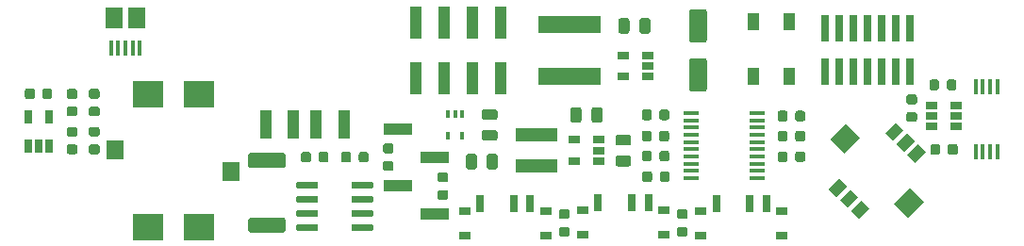
<source format=gbr>
G04 #@! TF.GenerationSoftware,KiCad,Pcbnew,(5.1.5)-3*
G04 #@! TF.CreationDate,2021-06-22T21:37:00+02:00*
G04 #@! TF.ProjectId,18650_UPS_PCB,31383635-305f-4555-9053-5f5043422e6b,rev?*
G04 #@! TF.SameCoordinates,Original*
G04 #@! TF.FileFunction,Paste,Top*
G04 #@! TF.FilePolarity,Positive*
%FSLAX46Y46*%
G04 Gerber Fmt 4.6, Leading zero omitted, Abs format (unit mm)*
G04 Created by KiCad (PCBNEW (5.1.5)-3) date 2021-06-22 21:37:00*
%MOMM*%
%LPD*%
G04 APERTURE LIST*
%ADD10R,1.450000X0.450000*%
%ADD11R,0.400000X0.650000*%
%ADD12R,1.060000X0.650000*%
%ADD13R,0.450000X1.450000*%
%ADD14R,0.650000X1.220000*%
%ADD15R,1.000000X0.800000*%
%ADD16R,0.700000X1.500000*%
%ADD17R,2.800000X2.400000*%
%ADD18R,1.575000X1.700000*%
%ADD19C,0.100000*%
%ADD20R,3.700000X1.200000*%
%ADD21R,5.700000X1.600000*%
%ADD22R,1.100000X2.500000*%
%ADD23R,1.000000X1.500000*%
%ADD24R,2.510000X1.000000*%
%ADD25R,1.000000X3.000000*%
%ADD26R,1.500000X1.900000*%
%ADD27R,0.400000X1.350000*%
%ADD28R,0.740000X2.400000*%
G04 APERTURE END LIST*
D10*
X188310000Y-84510000D03*
X188310000Y-85160000D03*
X188310000Y-85810000D03*
X188310000Y-86460000D03*
X188310000Y-87110000D03*
X188310000Y-87760000D03*
X188310000Y-88410000D03*
X188310000Y-89060000D03*
X188310000Y-89710000D03*
X188310000Y-90360000D03*
X182410000Y-90360000D03*
X182410000Y-89710000D03*
X182410000Y-89060000D03*
X182410000Y-88410000D03*
X182410000Y-87760000D03*
X182410000Y-87110000D03*
X182410000Y-86460000D03*
X182410000Y-85810000D03*
X182410000Y-85160000D03*
X182410000Y-84510000D03*
D11*
X161860000Y-86535000D03*
X160560000Y-86535000D03*
X161210000Y-84635000D03*
X160560000Y-84635000D03*
X161860000Y-84635000D03*
D12*
X174110000Y-88835000D03*
X174110000Y-87885000D03*
X174110000Y-86935000D03*
X171910000Y-86935000D03*
X171910000Y-88835000D03*
X176310000Y-81235000D03*
X176310000Y-79335000D03*
X178510000Y-79335000D03*
X178510000Y-80285000D03*
X178510000Y-81235000D03*
D13*
X209885000Y-88035000D03*
X209235000Y-88035000D03*
X208585000Y-88035000D03*
X207935000Y-88035000D03*
X207935000Y-82135000D03*
X208585000Y-82135000D03*
X209235000Y-82135000D03*
X209885000Y-82135000D03*
D14*
X122860000Y-84875000D03*
X124760000Y-84875000D03*
X124760000Y-87495000D03*
X123810000Y-87495000D03*
X122860000Y-87495000D03*
D12*
X204010000Y-84785000D03*
X204010000Y-85735000D03*
X204010000Y-83835000D03*
X206210000Y-83835000D03*
X206210000Y-84785000D03*
X206210000Y-85735000D03*
D15*
X162060000Y-93305000D03*
X169360000Y-93305000D03*
X169360000Y-95515000D03*
X162060000Y-95515000D03*
D16*
X167960000Y-92655000D03*
X166460000Y-92655000D03*
X163460000Y-92655000D03*
D15*
X183260000Y-93305000D03*
X190560000Y-93305000D03*
X190560000Y-95515000D03*
X183260000Y-95515000D03*
D16*
X189160000Y-92655000D03*
X187660000Y-92655000D03*
X184660000Y-92655000D03*
D15*
X172660000Y-93250000D03*
X179960000Y-93250000D03*
X179960000Y-95460000D03*
X172660000Y-95460000D03*
D16*
X178560000Y-92600000D03*
X177060000Y-92600000D03*
X174060000Y-92600000D03*
D17*
X133610000Y-82835000D03*
X138210000Y-82835000D03*
X138210000Y-94735000D03*
X133610000Y-94735000D03*
D18*
X130697500Y-87785000D03*
X141122500Y-89785000D03*
D19*
G36*
X181887691Y-94736053D02*
G01*
X181908926Y-94739203D01*
X181929750Y-94744419D01*
X181949962Y-94751651D01*
X181969368Y-94760830D01*
X181987781Y-94771866D01*
X182005024Y-94784654D01*
X182020930Y-94799070D01*
X182035346Y-94814976D01*
X182048134Y-94832219D01*
X182059170Y-94850632D01*
X182068349Y-94870038D01*
X182075581Y-94890250D01*
X182080797Y-94911074D01*
X182083947Y-94932309D01*
X182085000Y-94953750D01*
X182085000Y-95391250D01*
X182083947Y-95412691D01*
X182080797Y-95433926D01*
X182075581Y-95454750D01*
X182068349Y-95474962D01*
X182059170Y-95494368D01*
X182048134Y-95512781D01*
X182035346Y-95530024D01*
X182020930Y-95545930D01*
X182005024Y-95560346D01*
X181987781Y-95573134D01*
X181969368Y-95584170D01*
X181949962Y-95593349D01*
X181929750Y-95600581D01*
X181908926Y-95605797D01*
X181887691Y-95608947D01*
X181866250Y-95610000D01*
X181353750Y-95610000D01*
X181332309Y-95608947D01*
X181311074Y-95605797D01*
X181290250Y-95600581D01*
X181270038Y-95593349D01*
X181250632Y-95584170D01*
X181232219Y-95573134D01*
X181214976Y-95560346D01*
X181199070Y-95545930D01*
X181184654Y-95530024D01*
X181171866Y-95512781D01*
X181160830Y-95494368D01*
X181151651Y-95474962D01*
X181144419Y-95454750D01*
X181139203Y-95433926D01*
X181136053Y-95412691D01*
X181135000Y-95391250D01*
X181135000Y-94953750D01*
X181136053Y-94932309D01*
X181139203Y-94911074D01*
X181144419Y-94890250D01*
X181151651Y-94870038D01*
X181160830Y-94850632D01*
X181171866Y-94832219D01*
X181184654Y-94814976D01*
X181199070Y-94799070D01*
X181214976Y-94784654D01*
X181232219Y-94771866D01*
X181250632Y-94760830D01*
X181270038Y-94751651D01*
X181290250Y-94744419D01*
X181311074Y-94739203D01*
X181332309Y-94736053D01*
X181353750Y-94735000D01*
X181866250Y-94735000D01*
X181887691Y-94736053D01*
G37*
G36*
X181887691Y-93161053D02*
G01*
X181908926Y-93164203D01*
X181929750Y-93169419D01*
X181949962Y-93176651D01*
X181969368Y-93185830D01*
X181987781Y-93196866D01*
X182005024Y-93209654D01*
X182020930Y-93224070D01*
X182035346Y-93239976D01*
X182048134Y-93257219D01*
X182059170Y-93275632D01*
X182068349Y-93295038D01*
X182075581Y-93315250D01*
X182080797Y-93336074D01*
X182083947Y-93357309D01*
X182085000Y-93378750D01*
X182085000Y-93816250D01*
X182083947Y-93837691D01*
X182080797Y-93858926D01*
X182075581Y-93879750D01*
X182068349Y-93899962D01*
X182059170Y-93919368D01*
X182048134Y-93937781D01*
X182035346Y-93955024D01*
X182020930Y-93970930D01*
X182005024Y-93985346D01*
X181987781Y-93998134D01*
X181969368Y-94009170D01*
X181949962Y-94018349D01*
X181929750Y-94025581D01*
X181908926Y-94030797D01*
X181887691Y-94033947D01*
X181866250Y-94035000D01*
X181353750Y-94035000D01*
X181332309Y-94033947D01*
X181311074Y-94030797D01*
X181290250Y-94025581D01*
X181270038Y-94018349D01*
X181250632Y-94009170D01*
X181232219Y-93998134D01*
X181214976Y-93985346D01*
X181199070Y-93970930D01*
X181184654Y-93955024D01*
X181171866Y-93937781D01*
X181160830Y-93919368D01*
X181151651Y-93899962D01*
X181144419Y-93879750D01*
X181139203Y-93858926D01*
X181136053Y-93837691D01*
X181135000Y-93816250D01*
X181135000Y-93378750D01*
X181136053Y-93357309D01*
X181139203Y-93336074D01*
X181144419Y-93315250D01*
X181151651Y-93295038D01*
X181160830Y-93275632D01*
X181171866Y-93257219D01*
X181184654Y-93239976D01*
X181199070Y-93224070D01*
X181214976Y-93209654D01*
X181232219Y-93196866D01*
X181250632Y-93185830D01*
X181270038Y-93176651D01*
X181290250Y-93169419D01*
X181311074Y-93164203D01*
X181332309Y-93161053D01*
X181353750Y-93160000D01*
X181866250Y-93160000D01*
X181887691Y-93161053D01*
G37*
G36*
X171287691Y-94736053D02*
G01*
X171308926Y-94739203D01*
X171329750Y-94744419D01*
X171349962Y-94751651D01*
X171369368Y-94760830D01*
X171387781Y-94771866D01*
X171405024Y-94784654D01*
X171420930Y-94799070D01*
X171435346Y-94814976D01*
X171448134Y-94832219D01*
X171459170Y-94850632D01*
X171468349Y-94870038D01*
X171475581Y-94890250D01*
X171480797Y-94911074D01*
X171483947Y-94932309D01*
X171485000Y-94953750D01*
X171485000Y-95391250D01*
X171483947Y-95412691D01*
X171480797Y-95433926D01*
X171475581Y-95454750D01*
X171468349Y-95474962D01*
X171459170Y-95494368D01*
X171448134Y-95512781D01*
X171435346Y-95530024D01*
X171420930Y-95545930D01*
X171405024Y-95560346D01*
X171387781Y-95573134D01*
X171369368Y-95584170D01*
X171349962Y-95593349D01*
X171329750Y-95600581D01*
X171308926Y-95605797D01*
X171287691Y-95608947D01*
X171266250Y-95610000D01*
X170753750Y-95610000D01*
X170732309Y-95608947D01*
X170711074Y-95605797D01*
X170690250Y-95600581D01*
X170670038Y-95593349D01*
X170650632Y-95584170D01*
X170632219Y-95573134D01*
X170614976Y-95560346D01*
X170599070Y-95545930D01*
X170584654Y-95530024D01*
X170571866Y-95512781D01*
X170560830Y-95494368D01*
X170551651Y-95474962D01*
X170544419Y-95454750D01*
X170539203Y-95433926D01*
X170536053Y-95412691D01*
X170535000Y-95391250D01*
X170535000Y-94953750D01*
X170536053Y-94932309D01*
X170539203Y-94911074D01*
X170544419Y-94890250D01*
X170551651Y-94870038D01*
X170560830Y-94850632D01*
X170571866Y-94832219D01*
X170584654Y-94814976D01*
X170599070Y-94799070D01*
X170614976Y-94784654D01*
X170632219Y-94771866D01*
X170650632Y-94760830D01*
X170670038Y-94751651D01*
X170690250Y-94744419D01*
X170711074Y-94739203D01*
X170732309Y-94736053D01*
X170753750Y-94735000D01*
X171266250Y-94735000D01*
X171287691Y-94736053D01*
G37*
G36*
X171287691Y-93161053D02*
G01*
X171308926Y-93164203D01*
X171329750Y-93169419D01*
X171349962Y-93176651D01*
X171369368Y-93185830D01*
X171387781Y-93196866D01*
X171405024Y-93209654D01*
X171420930Y-93224070D01*
X171435346Y-93239976D01*
X171448134Y-93257219D01*
X171459170Y-93275632D01*
X171468349Y-93295038D01*
X171475581Y-93315250D01*
X171480797Y-93336074D01*
X171483947Y-93357309D01*
X171485000Y-93378750D01*
X171485000Y-93816250D01*
X171483947Y-93837691D01*
X171480797Y-93858926D01*
X171475581Y-93879750D01*
X171468349Y-93899962D01*
X171459170Y-93919368D01*
X171448134Y-93937781D01*
X171435346Y-93955024D01*
X171420930Y-93970930D01*
X171405024Y-93985346D01*
X171387781Y-93998134D01*
X171369368Y-94009170D01*
X171349962Y-94018349D01*
X171329750Y-94025581D01*
X171308926Y-94030797D01*
X171287691Y-94033947D01*
X171266250Y-94035000D01*
X170753750Y-94035000D01*
X170732309Y-94033947D01*
X170711074Y-94030797D01*
X170690250Y-94025581D01*
X170670038Y-94018349D01*
X170650632Y-94009170D01*
X170632219Y-93998134D01*
X170614976Y-93985346D01*
X170599070Y-93970930D01*
X170584654Y-93955024D01*
X170571866Y-93937781D01*
X170560830Y-93919368D01*
X170551651Y-93899962D01*
X170544419Y-93879750D01*
X170539203Y-93858926D01*
X170536053Y-93837691D01*
X170535000Y-93816250D01*
X170535000Y-93378750D01*
X170536053Y-93357309D01*
X170539203Y-93336074D01*
X170544419Y-93315250D01*
X170551651Y-93295038D01*
X170560830Y-93275632D01*
X170571866Y-93257219D01*
X170584654Y-93239976D01*
X170599070Y-93224070D01*
X170614976Y-93209654D01*
X170632219Y-93196866D01*
X170650632Y-93185830D01*
X170670038Y-93176651D01*
X170690250Y-93169419D01*
X170711074Y-93164203D01*
X170732309Y-93161053D01*
X170753750Y-93160000D01*
X171266250Y-93160000D01*
X171287691Y-93161053D01*
G37*
G36*
X123262691Y-82311053D02*
G01*
X123283926Y-82314203D01*
X123304750Y-82319419D01*
X123324962Y-82326651D01*
X123344368Y-82335830D01*
X123362781Y-82346866D01*
X123380024Y-82359654D01*
X123395930Y-82374070D01*
X123410346Y-82389976D01*
X123423134Y-82407219D01*
X123434170Y-82425632D01*
X123443349Y-82445038D01*
X123450581Y-82465250D01*
X123455797Y-82486074D01*
X123458947Y-82507309D01*
X123460000Y-82528750D01*
X123460000Y-83041250D01*
X123458947Y-83062691D01*
X123455797Y-83083926D01*
X123450581Y-83104750D01*
X123443349Y-83124962D01*
X123434170Y-83144368D01*
X123423134Y-83162781D01*
X123410346Y-83180024D01*
X123395930Y-83195930D01*
X123380024Y-83210346D01*
X123362781Y-83223134D01*
X123344368Y-83234170D01*
X123324962Y-83243349D01*
X123304750Y-83250581D01*
X123283926Y-83255797D01*
X123262691Y-83258947D01*
X123241250Y-83260000D01*
X122803750Y-83260000D01*
X122782309Y-83258947D01*
X122761074Y-83255797D01*
X122740250Y-83250581D01*
X122720038Y-83243349D01*
X122700632Y-83234170D01*
X122682219Y-83223134D01*
X122664976Y-83210346D01*
X122649070Y-83195930D01*
X122634654Y-83180024D01*
X122621866Y-83162781D01*
X122610830Y-83144368D01*
X122601651Y-83124962D01*
X122594419Y-83104750D01*
X122589203Y-83083926D01*
X122586053Y-83062691D01*
X122585000Y-83041250D01*
X122585000Y-82528750D01*
X122586053Y-82507309D01*
X122589203Y-82486074D01*
X122594419Y-82465250D01*
X122601651Y-82445038D01*
X122610830Y-82425632D01*
X122621866Y-82407219D01*
X122634654Y-82389976D01*
X122649070Y-82374070D01*
X122664976Y-82359654D01*
X122682219Y-82346866D01*
X122700632Y-82335830D01*
X122720038Y-82326651D01*
X122740250Y-82319419D01*
X122761074Y-82314203D01*
X122782309Y-82311053D01*
X122803750Y-82310000D01*
X123241250Y-82310000D01*
X123262691Y-82311053D01*
G37*
G36*
X124837691Y-82311053D02*
G01*
X124858926Y-82314203D01*
X124879750Y-82319419D01*
X124899962Y-82326651D01*
X124919368Y-82335830D01*
X124937781Y-82346866D01*
X124955024Y-82359654D01*
X124970930Y-82374070D01*
X124985346Y-82389976D01*
X124998134Y-82407219D01*
X125009170Y-82425632D01*
X125018349Y-82445038D01*
X125025581Y-82465250D01*
X125030797Y-82486074D01*
X125033947Y-82507309D01*
X125035000Y-82528750D01*
X125035000Y-83041250D01*
X125033947Y-83062691D01*
X125030797Y-83083926D01*
X125025581Y-83104750D01*
X125018349Y-83124962D01*
X125009170Y-83144368D01*
X124998134Y-83162781D01*
X124985346Y-83180024D01*
X124970930Y-83195930D01*
X124955024Y-83210346D01*
X124937781Y-83223134D01*
X124919368Y-83234170D01*
X124899962Y-83243349D01*
X124879750Y-83250581D01*
X124858926Y-83255797D01*
X124837691Y-83258947D01*
X124816250Y-83260000D01*
X124378750Y-83260000D01*
X124357309Y-83258947D01*
X124336074Y-83255797D01*
X124315250Y-83250581D01*
X124295038Y-83243349D01*
X124275632Y-83234170D01*
X124257219Y-83223134D01*
X124239976Y-83210346D01*
X124224070Y-83195930D01*
X124209654Y-83180024D01*
X124196866Y-83162781D01*
X124185830Y-83144368D01*
X124176651Y-83124962D01*
X124169419Y-83104750D01*
X124164203Y-83083926D01*
X124161053Y-83062691D01*
X124160000Y-83041250D01*
X124160000Y-82528750D01*
X124161053Y-82507309D01*
X124164203Y-82486074D01*
X124169419Y-82465250D01*
X124176651Y-82445038D01*
X124185830Y-82425632D01*
X124196866Y-82407219D01*
X124209654Y-82389976D01*
X124224070Y-82374070D01*
X124239976Y-82359654D01*
X124257219Y-82346866D01*
X124275632Y-82335830D01*
X124295038Y-82326651D01*
X124315250Y-82319419D01*
X124336074Y-82314203D01*
X124357309Y-82311053D01*
X124378750Y-82310000D01*
X124816250Y-82310000D01*
X124837691Y-82311053D01*
G37*
G36*
X204462691Y-81511053D02*
G01*
X204483926Y-81514203D01*
X204504750Y-81519419D01*
X204524962Y-81526651D01*
X204544368Y-81535830D01*
X204562781Y-81546866D01*
X204580024Y-81559654D01*
X204595930Y-81574070D01*
X204610346Y-81589976D01*
X204623134Y-81607219D01*
X204634170Y-81625632D01*
X204643349Y-81645038D01*
X204650581Y-81665250D01*
X204655797Y-81686074D01*
X204658947Y-81707309D01*
X204660000Y-81728750D01*
X204660000Y-82241250D01*
X204658947Y-82262691D01*
X204655797Y-82283926D01*
X204650581Y-82304750D01*
X204643349Y-82324962D01*
X204634170Y-82344368D01*
X204623134Y-82362781D01*
X204610346Y-82380024D01*
X204595930Y-82395930D01*
X204580024Y-82410346D01*
X204562781Y-82423134D01*
X204544368Y-82434170D01*
X204524962Y-82443349D01*
X204504750Y-82450581D01*
X204483926Y-82455797D01*
X204462691Y-82458947D01*
X204441250Y-82460000D01*
X204003750Y-82460000D01*
X203982309Y-82458947D01*
X203961074Y-82455797D01*
X203940250Y-82450581D01*
X203920038Y-82443349D01*
X203900632Y-82434170D01*
X203882219Y-82423134D01*
X203864976Y-82410346D01*
X203849070Y-82395930D01*
X203834654Y-82380024D01*
X203821866Y-82362781D01*
X203810830Y-82344368D01*
X203801651Y-82324962D01*
X203794419Y-82304750D01*
X203789203Y-82283926D01*
X203786053Y-82262691D01*
X203785000Y-82241250D01*
X203785000Y-81728750D01*
X203786053Y-81707309D01*
X203789203Y-81686074D01*
X203794419Y-81665250D01*
X203801651Y-81645038D01*
X203810830Y-81625632D01*
X203821866Y-81607219D01*
X203834654Y-81589976D01*
X203849070Y-81574070D01*
X203864976Y-81559654D01*
X203882219Y-81546866D01*
X203900632Y-81535830D01*
X203920038Y-81526651D01*
X203940250Y-81519419D01*
X203961074Y-81514203D01*
X203982309Y-81511053D01*
X204003750Y-81510000D01*
X204441250Y-81510000D01*
X204462691Y-81511053D01*
G37*
G36*
X206037691Y-81511053D02*
G01*
X206058926Y-81514203D01*
X206079750Y-81519419D01*
X206099962Y-81526651D01*
X206119368Y-81535830D01*
X206137781Y-81546866D01*
X206155024Y-81559654D01*
X206170930Y-81574070D01*
X206185346Y-81589976D01*
X206198134Y-81607219D01*
X206209170Y-81625632D01*
X206218349Y-81645038D01*
X206225581Y-81665250D01*
X206230797Y-81686074D01*
X206233947Y-81707309D01*
X206235000Y-81728750D01*
X206235000Y-82241250D01*
X206233947Y-82262691D01*
X206230797Y-82283926D01*
X206225581Y-82304750D01*
X206218349Y-82324962D01*
X206209170Y-82344368D01*
X206198134Y-82362781D01*
X206185346Y-82380024D01*
X206170930Y-82395930D01*
X206155024Y-82410346D01*
X206137781Y-82423134D01*
X206119368Y-82434170D01*
X206099962Y-82443349D01*
X206079750Y-82450581D01*
X206058926Y-82455797D01*
X206037691Y-82458947D01*
X206016250Y-82460000D01*
X205578750Y-82460000D01*
X205557309Y-82458947D01*
X205536074Y-82455797D01*
X205515250Y-82450581D01*
X205495038Y-82443349D01*
X205475632Y-82434170D01*
X205457219Y-82423134D01*
X205439976Y-82410346D01*
X205424070Y-82395930D01*
X205409654Y-82380024D01*
X205396866Y-82362781D01*
X205385830Y-82344368D01*
X205376651Y-82324962D01*
X205369419Y-82304750D01*
X205364203Y-82283926D01*
X205361053Y-82262691D01*
X205360000Y-82241250D01*
X205360000Y-81728750D01*
X205361053Y-81707309D01*
X205364203Y-81686074D01*
X205369419Y-81665250D01*
X205376651Y-81645038D01*
X205385830Y-81625632D01*
X205396866Y-81607219D01*
X205409654Y-81589976D01*
X205424070Y-81574070D01*
X205439976Y-81559654D01*
X205457219Y-81546866D01*
X205475632Y-81535830D01*
X205495038Y-81526651D01*
X205515250Y-81519419D01*
X205536074Y-81514203D01*
X205557309Y-81511053D01*
X205578750Y-81510000D01*
X206016250Y-81510000D01*
X206037691Y-81511053D01*
G37*
G36*
X129087691Y-85761053D02*
G01*
X129108926Y-85764203D01*
X129129750Y-85769419D01*
X129149962Y-85776651D01*
X129169368Y-85785830D01*
X129187781Y-85796866D01*
X129205024Y-85809654D01*
X129220930Y-85824070D01*
X129235346Y-85839976D01*
X129248134Y-85857219D01*
X129259170Y-85875632D01*
X129268349Y-85895038D01*
X129275581Y-85915250D01*
X129280797Y-85936074D01*
X129283947Y-85957309D01*
X129285000Y-85978750D01*
X129285000Y-86416250D01*
X129283947Y-86437691D01*
X129280797Y-86458926D01*
X129275581Y-86479750D01*
X129268349Y-86499962D01*
X129259170Y-86519368D01*
X129248134Y-86537781D01*
X129235346Y-86555024D01*
X129220930Y-86570930D01*
X129205024Y-86585346D01*
X129187781Y-86598134D01*
X129169368Y-86609170D01*
X129149962Y-86618349D01*
X129129750Y-86625581D01*
X129108926Y-86630797D01*
X129087691Y-86633947D01*
X129066250Y-86635000D01*
X128553750Y-86635000D01*
X128532309Y-86633947D01*
X128511074Y-86630797D01*
X128490250Y-86625581D01*
X128470038Y-86618349D01*
X128450632Y-86609170D01*
X128432219Y-86598134D01*
X128414976Y-86585346D01*
X128399070Y-86570930D01*
X128384654Y-86555024D01*
X128371866Y-86537781D01*
X128360830Y-86519368D01*
X128351651Y-86499962D01*
X128344419Y-86479750D01*
X128339203Y-86458926D01*
X128336053Y-86437691D01*
X128335000Y-86416250D01*
X128335000Y-85978750D01*
X128336053Y-85957309D01*
X128339203Y-85936074D01*
X128344419Y-85915250D01*
X128351651Y-85895038D01*
X128360830Y-85875632D01*
X128371866Y-85857219D01*
X128384654Y-85839976D01*
X128399070Y-85824070D01*
X128414976Y-85809654D01*
X128432219Y-85796866D01*
X128450632Y-85785830D01*
X128470038Y-85776651D01*
X128490250Y-85769419D01*
X128511074Y-85764203D01*
X128532309Y-85761053D01*
X128553750Y-85760000D01*
X129066250Y-85760000D01*
X129087691Y-85761053D01*
G37*
G36*
X129087691Y-87336053D02*
G01*
X129108926Y-87339203D01*
X129129750Y-87344419D01*
X129149962Y-87351651D01*
X129169368Y-87360830D01*
X129187781Y-87371866D01*
X129205024Y-87384654D01*
X129220930Y-87399070D01*
X129235346Y-87414976D01*
X129248134Y-87432219D01*
X129259170Y-87450632D01*
X129268349Y-87470038D01*
X129275581Y-87490250D01*
X129280797Y-87511074D01*
X129283947Y-87532309D01*
X129285000Y-87553750D01*
X129285000Y-87991250D01*
X129283947Y-88012691D01*
X129280797Y-88033926D01*
X129275581Y-88054750D01*
X129268349Y-88074962D01*
X129259170Y-88094368D01*
X129248134Y-88112781D01*
X129235346Y-88130024D01*
X129220930Y-88145930D01*
X129205024Y-88160346D01*
X129187781Y-88173134D01*
X129169368Y-88184170D01*
X129149962Y-88193349D01*
X129129750Y-88200581D01*
X129108926Y-88205797D01*
X129087691Y-88208947D01*
X129066250Y-88210000D01*
X128553750Y-88210000D01*
X128532309Y-88208947D01*
X128511074Y-88205797D01*
X128490250Y-88200581D01*
X128470038Y-88193349D01*
X128450632Y-88184170D01*
X128432219Y-88173134D01*
X128414976Y-88160346D01*
X128399070Y-88145930D01*
X128384654Y-88130024D01*
X128371866Y-88112781D01*
X128360830Y-88094368D01*
X128351651Y-88074962D01*
X128344419Y-88054750D01*
X128339203Y-88033926D01*
X128336053Y-88012691D01*
X128335000Y-87991250D01*
X128335000Y-87553750D01*
X128336053Y-87532309D01*
X128339203Y-87511074D01*
X128344419Y-87490250D01*
X128351651Y-87470038D01*
X128360830Y-87450632D01*
X128371866Y-87432219D01*
X128384654Y-87414976D01*
X128399070Y-87399070D01*
X128414976Y-87384654D01*
X128432219Y-87371866D01*
X128450632Y-87360830D01*
X128470038Y-87351651D01*
X128490250Y-87344419D01*
X128511074Y-87339203D01*
X128532309Y-87336053D01*
X128553750Y-87335000D01*
X129066250Y-87335000D01*
X129087691Y-87336053D01*
G37*
G36*
X145759505Y-93911204D02*
G01*
X145783773Y-93914804D01*
X145807572Y-93920765D01*
X145830671Y-93929030D01*
X145852850Y-93939520D01*
X145873893Y-93952132D01*
X145893599Y-93966747D01*
X145911777Y-93983223D01*
X145928253Y-94001401D01*
X145942868Y-94021107D01*
X145955480Y-94042150D01*
X145965970Y-94064329D01*
X145974235Y-94087428D01*
X145980196Y-94111227D01*
X145983796Y-94135495D01*
X145985000Y-94159999D01*
X145985000Y-95010001D01*
X145983796Y-95034505D01*
X145980196Y-95058773D01*
X145974235Y-95082572D01*
X145965970Y-95105671D01*
X145955480Y-95127850D01*
X145942868Y-95148893D01*
X145928253Y-95168599D01*
X145911777Y-95186777D01*
X145893599Y-95203253D01*
X145873893Y-95217868D01*
X145852850Y-95230480D01*
X145830671Y-95240970D01*
X145807572Y-95249235D01*
X145783773Y-95255196D01*
X145759505Y-95258796D01*
X145735001Y-95260000D01*
X142884999Y-95260000D01*
X142860495Y-95258796D01*
X142836227Y-95255196D01*
X142812428Y-95249235D01*
X142789329Y-95240970D01*
X142767150Y-95230480D01*
X142746107Y-95217868D01*
X142726401Y-95203253D01*
X142708223Y-95186777D01*
X142691747Y-95168599D01*
X142677132Y-95148893D01*
X142664520Y-95127850D01*
X142654030Y-95105671D01*
X142645765Y-95082572D01*
X142639804Y-95058773D01*
X142636204Y-95034505D01*
X142635000Y-95010001D01*
X142635000Y-94159999D01*
X142636204Y-94135495D01*
X142639804Y-94111227D01*
X142645765Y-94087428D01*
X142654030Y-94064329D01*
X142664520Y-94042150D01*
X142677132Y-94021107D01*
X142691747Y-94001401D01*
X142708223Y-93983223D01*
X142726401Y-93966747D01*
X142746107Y-93952132D01*
X142767150Y-93939520D01*
X142789329Y-93929030D01*
X142812428Y-93920765D01*
X142836227Y-93914804D01*
X142860495Y-93911204D01*
X142884999Y-93910000D01*
X145735001Y-93910000D01*
X145759505Y-93911204D01*
G37*
G36*
X145759505Y-88111204D02*
G01*
X145783773Y-88114804D01*
X145807572Y-88120765D01*
X145830671Y-88129030D01*
X145852850Y-88139520D01*
X145873893Y-88152132D01*
X145893599Y-88166747D01*
X145911777Y-88183223D01*
X145928253Y-88201401D01*
X145942868Y-88221107D01*
X145955480Y-88242150D01*
X145965970Y-88264329D01*
X145974235Y-88287428D01*
X145980196Y-88311227D01*
X145983796Y-88335495D01*
X145985000Y-88359999D01*
X145985000Y-89210001D01*
X145983796Y-89234505D01*
X145980196Y-89258773D01*
X145974235Y-89282572D01*
X145965970Y-89305671D01*
X145955480Y-89327850D01*
X145942868Y-89348893D01*
X145928253Y-89368599D01*
X145911777Y-89386777D01*
X145893599Y-89403253D01*
X145873893Y-89417868D01*
X145852850Y-89430480D01*
X145830671Y-89440970D01*
X145807572Y-89449235D01*
X145783773Y-89455196D01*
X145759505Y-89458796D01*
X145735001Y-89460000D01*
X142884999Y-89460000D01*
X142860495Y-89458796D01*
X142836227Y-89455196D01*
X142812428Y-89449235D01*
X142789329Y-89440970D01*
X142767150Y-89430480D01*
X142746107Y-89417868D01*
X142726401Y-89403253D01*
X142708223Y-89386777D01*
X142691747Y-89368599D01*
X142677132Y-89348893D01*
X142664520Y-89327850D01*
X142654030Y-89305671D01*
X142645765Y-89282572D01*
X142639804Y-89258773D01*
X142636204Y-89234505D01*
X142635000Y-89210001D01*
X142635000Y-88359999D01*
X142636204Y-88335495D01*
X142639804Y-88311227D01*
X142645765Y-88287428D01*
X142654030Y-88264329D01*
X142664520Y-88242150D01*
X142677132Y-88221107D01*
X142691747Y-88201401D01*
X142708223Y-88183223D01*
X142726401Y-88166747D01*
X142746107Y-88152132D01*
X142767150Y-88139520D01*
X142789329Y-88129030D01*
X142812428Y-88120765D01*
X142836227Y-88114804D01*
X142860495Y-88111204D01*
X142884999Y-88110000D01*
X145735001Y-88110000D01*
X145759505Y-88111204D01*
G37*
G36*
X202487691Y-82861053D02*
G01*
X202508926Y-82864203D01*
X202529750Y-82869419D01*
X202549962Y-82876651D01*
X202569368Y-82885830D01*
X202587781Y-82896866D01*
X202605024Y-82909654D01*
X202620930Y-82924070D01*
X202635346Y-82939976D01*
X202648134Y-82957219D01*
X202659170Y-82975632D01*
X202668349Y-82995038D01*
X202675581Y-83015250D01*
X202680797Y-83036074D01*
X202683947Y-83057309D01*
X202685000Y-83078750D01*
X202685000Y-83516250D01*
X202683947Y-83537691D01*
X202680797Y-83558926D01*
X202675581Y-83579750D01*
X202668349Y-83599962D01*
X202659170Y-83619368D01*
X202648134Y-83637781D01*
X202635346Y-83655024D01*
X202620930Y-83670930D01*
X202605024Y-83685346D01*
X202587781Y-83698134D01*
X202569368Y-83709170D01*
X202549962Y-83718349D01*
X202529750Y-83725581D01*
X202508926Y-83730797D01*
X202487691Y-83733947D01*
X202466250Y-83735000D01*
X201953750Y-83735000D01*
X201932309Y-83733947D01*
X201911074Y-83730797D01*
X201890250Y-83725581D01*
X201870038Y-83718349D01*
X201850632Y-83709170D01*
X201832219Y-83698134D01*
X201814976Y-83685346D01*
X201799070Y-83670930D01*
X201784654Y-83655024D01*
X201771866Y-83637781D01*
X201760830Y-83619368D01*
X201751651Y-83599962D01*
X201744419Y-83579750D01*
X201739203Y-83558926D01*
X201736053Y-83537691D01*
X201735000Y-83516250D01*
X201735000Y-83078750D01*
X201736053Y-83057309D01*
X201739203Y-83036074D01*
X201744419Y-83015250D01*
X201751651Y-82995038D01*
X201760830Y-82975632D01*
X201771866Y-82957219D01*
X201784654Y-82939976D01*
X201799070Y-82924070D01*
X201814976Y-82909654D01*
X201832219Y-82896866D01*
X201850632Y-82885830D01*
X201870038Y-82876651D01*
X201890250Y-82869419D01*
X201911074Y-82864203D01*
X201932309Y-82861053D01*
X201953750Y-82860000D01*
X202466250Y-82860000D01*
X202487691Y-82861053D01*
G37*
G36*
X202487691Y-84436053D02*
G01*
X202508926Y-84439203D01*
X202529750Y-84444419D01*
X202549962Y-84451651D01*
X202569368Y-84460830D01*
X202587781Y-84471866D01*
X202605024Y-84484654D01*
X202620930Y-84499070D01*
X202635346Y-84514976D01*
X202648134Y-84532219D01*
X202659170Y-84550632D01*
X202668349Y-84570038D01*
X202675581Y-84590250D01*
X202680797Y-84611074D01*
X202683947Y-84632309D01*
X202685000Y-84653750D01*
X202685000Y-85091250D01*
X202683947Y-85112691D01*
X202680797Y-85133926D01*
X202675581Y-85154750D01*
X202668349Y-85174962D01*
X202659170Y-85194368D01*
X202648134Y-85212781D01*
X202635346Y-85230024D01*
X202620930Y-85245930D01*
X202605024Y-85260346D01*
X202587781Y-85273134D01*
X202569368Y-85284170D01*
X202549962Y-85293349D01*
X202529750Y-85300581D01*
X202508926Y-85305797D01*
X202487691Y-85308947D01*
X202466250Y-85310000D01*
X201953750Y-85310000D01*
X201932309Y-85308947D01*
X201911074Y-85305797D01*
X201890250Y-85300581D01*
X201870038Y-85293349D01*
X201850632Y-85284170D01*
X201832219Y-85273134D01*
X201814976Y-85260346D01*
X201799070Y-85245930D01*
X201784654Y-85230024D01*
X201771866Y-85212781D01*
X201760830Y-85194368D01*
X201751651Y-85174962D01*
X201744419Y-85154750D01*
X201739203Y-85133926D01*
X201736053Y-85112691D01*
X201735000Y-85091250D01*
X201735000Y-84653750D01*
X201736053Y-84632309D01*
X201739203Y-84611074D01*
X201744419Y-84590250D01*
X201751651Y-84570038D01*
X201760830Y-84550632D01*
X201771866Y-84532219D01*
X201784654Y-84514976D01*
X201799070Y-84499070D01*
X201814976Y-84484654D01*
X201832219Y-84471866D01*
X201850632Y-84460830D01*
X201870038Y-84451651D01*
X201890250Y-84444419D01*
X201911074Y-84439203D01*
X201932309Y-84436053D01*
X201953750Y-84435000D01*
X202466250Y-84435000D01*
X202487691Y-84436053D01*
G37*
D20*
X168510000Y-89285000D03*
X168510000Y-86485000D03*
D21*
X171510000Y-81235000D03*
X171510000Y-76535000D03*
D22*
X151210000Y-85535000D03*
X144210000Y-85535000D03*
X148710000Y-85535000D03*
X146710000Y-85535000D03*
D23*
X188010000Y-81235000D03*
X191210000Y-81235000D03*
X188010000Y-76335000D03*
X191210000Y-76335000D03*
D19*
G36*
X127087691Y-87336053D02*
G01*
X127108926Y-87339203D01*
X127129750Y-87344419D01*
X127149962Y-87351651D01*
X127169368Y-87360830D01*
X127187781Y-87371866D01*
X127205024Y-87384654D01*
X127220930Y-87399070D01*
X127235346Y-87414976D01*
X127248134Y-87432219D01*
X127259170Y-87450632D01*
X127268349Y-87470038D01*
X127275581Y-87490250D01*
X127280797Y-87511074D01*
X127283947Y-87532309D01*
X127285000Y-87553750D01*
X127285000Y-87991250D01*
X127283947Y-88012691D01*
X127280797Y-88033926D01*
X127275581Y-88054750D01*
X127268349Y-88074962D01*
X127259170Y-88094368D01*
X127248134Y-88112781D01*
X127235346Y-88130024D01*
X127220930Y-88145930D01*
X127205024Y-88160346D01*
X127187781Y-88173134D01*
X127169368Y-88184170D01*
X127149962Y-88193349D01*
X127129750Y-88200581D01*
X127108926Y-88205797D01*
X127087691Y-88208947D01*
X127066250Y-88210000D01*
X126553750Y-88210000D01*
X126532309Y-88208947D01*
X126511074Y-88205797D01*
X126490250Y-88200581D01*
X126470038Y-88193349D01*
X126450632Y-88184170D01*
X126432219Y-88173134D01*
X126414976Y-88160346D01*
X126399070Y-88145930D01*
X126384654Y-88130024D01*
X126371866Y-88112781D01*
X126360830Y-88094368D01*
X126351651Y-88074962D01*
X126344419Y-88054750D01*
X126339203Y-88033926D01*
X126336053Y-88012691D01*
X126335000Y-87991250D01*
X126335000Y-87553750D01*
X126336053Y-87532309D01*
X126339203Y-87511074D01*
X126344419Y-87490250D01*
X126351651Y-87470038D01*
X126360830Y-87450632D01*
X126371866Y-87432219D01*
X126384654Y-87414976D01*
X126399070Y-87399070D01*
X126414976Y-87384654D01*
X126432219Y-87371866D01*
X126450632Y-87360830D01*
X126470038Y-87351651D01*
X126490250Y-87344419D01*
X126511074Y-87339203D01*
X126532309Y-87336053D01*
X126553750Y-87335000D01*
X127066250Y-87335000D01*
X127087691Y-87336053D01*
G37*
G36*
X127087691Y-85761053D02*
G01*
X127108926Y-85764203D01*
X127129750Y-85769419D01*
X127149962Y-85776651D01*
X127169368Y-85785830D01*
X127187781Y-85796866D01*
X127205024Y-85809654D01*
X127220930Y-85824070D01*
X127235346Y-85839976D01*
X127248134Y-85857219D01*
X127259170Y-85875632D01*
X127268349Y-85895038D01*
X127275581Y-85915250D01*
X127280797Y-85936074D01*
X127283947Y-85957309D01*
X127285000Y-85978750D01*
X127285000Y-86416250D01*
X127283947Y-86437691D01*
X127280797Y-86458926D01*
X127275581Y-86479750D01*
X127268349Y-86499962D01*
X127259170Y-86519368D01*
X127248134Y-86537781D01*
X127235346Y-86555024D01*
X127220930Y-86570930D01*
X127205024Y-86585346D01*
X127187781Y-86598134D01*
X127169368Y-86609170D01*
X127149962Y-86618349D01*
X127129750Y-86625581D01*
X127108926Y-86630797D01*
X127087691Y-86633947D01*
X127066250Y-86635000D01*
X126553750Y-86635000D01*
X126532309Y-86633947D01*
X126511074Y-86630797D01*
X126490250Y-86625581D01*
X126470038Y-86618349D01*
X126450632Y-86609170D01*
X126432219Y-86598134D01*
X126414976Y-86585346D01*
X126399070Y-86570930D01*
X126384654Y-86555024D01*
X126371866Y-86537781D01*
X126360830Y-86519368D01*
X126351651Y-86499962D01*
X126344419Y-86479750D01*
X126339203Y-86458926D01*
X126336053Y-86437691D01*
X126335000Y-86416250D01*
X126335000Y-85978750D01*
X126336053Y-85957309D01*
X126339203Y-85936074D01*
X126344419Y-85915250D01*
X126351651Y-85895038D01*
X126360830Y-85875632D01*
X126371866Y-85857219D01*
X126384654Y-85839976D01*
X126399070Y-85824070D01*
X126414976Y-85809654D01*
X126432219Y-85796866D01*
X126450632Y-85785830D01*
X126470038Y-85776651D01*
X126490250Y-85769419D01*
X126511074Y-85764203D01*
X126532309Y-85761053D01*
X126553750Y-85760000D01*
X127066250Y-85760000D01*
X127087691Y-85761053D01*
G37*
G36*
X172340142Y-83986174D02*
G01*
X172363803Y-83989684D01*
X172387007Y-83995496D01*
X172409529Y-84003554D01*
X172431153Y-84013782D01*
X172451670Y-84026079D01*
X172470883Y-84040329D01*
X172488607Y-84056393D01*
X172504671Y-84074117D01*
X172518921Y-84093330D01*
X172531218Y-84113847D01*
X172541446Y-84135471D01*
X172549504Y-84157993D01*
X172555316Y-84181197D01*
X172558826Y-84204858D01*
X172560000Y-84228750D01*
X172560000Y-85141250D01*
X172558826Y-85165142D01*
X172555316Y-85188803D01*
X172549504Y-85212007D01*
X172541446Y-85234529D01*
X172531218Y-85256153D01*
X172518921Y-85276670D01*
X172504671Y-85295883D01*
X172488607Y-85313607D01*
X172470883Y-85329671D01*
X172451670Y-85343921D01*
X172431153Y-85356218D01*
X172409529Y-85366446D01*
X172387007Y-85374504D01*
X172363803Y-85380316D01*
X172340142Y-85383826D01*
X172316250Y-85385000D01*
X171828750Y-85385000D01*
X171804858Y-85383826D01*
X171781197Y-85380316D01*
X171757993Y-85374504D01*
X171735471Y-85366446D01*
X171713847Y-85356218D01*
X171693330Y-85343921D01*
X171674117Y-85329671D01*
X171656393Y-85313607D01*
X171640329Y-85295883D01*
X171626079Y-85276670D01*
X171613782Y-85256153D01*
X171603554Y-85234529D01*
X171595496Y-85212007D01*
X171589684Y-85188803D01*
X171586174Y-85165142D01*
X171585000Y-85141250D01*
X171585000Y-84228750D01*
X171586174Y-84204858D01*
X171589684Y-84181197D01*
X171595496Y-84157993D01*
X171603554Y-84135471D01*
X171613782Y-84113847D01*
X171626079Y-84093330D01*
X171640329Y-84074117D01*
X171656393Y-84056393D01*
X171674117Y-84040329D01*
X171693330Y-84026079D01*
X171713847Y-84013782D01*
X171735471Y-84003554D01*
X171757993Y-83995496D01*
X171781197Y-83989684D01*
X171804858Y-83986174D01*
X171828750Y-83985000D01*
X172316250Y-83985000D01*
X172340142Y-83986174D01*
G37*
G36*
X174215142Y-83986174D02*
G01*
X174238803Y-83989684D01*
X174262007Y-83995496D01*
X174284529Y-84003554D01*
X174306153Y-84013782D01*
X174326670Y-84026079D01*
X174345883Y-84040329D01*
X174363607Y-84056393D01*
X174379671Y-84074117D01*
X174393921Y-84093330D01*
X174406218Y-84113847D01*
X174416446Y-84135471D01*
X174424504Y-84157993D01*
X174430316Y-84181197D01*
X174433826Y-84204858D01*
X174435000Y-84228750D01*
X174435000Y-85141250D01*
X174433826Y-85165142D01*
X174430316Y-85188803D01*
X174424504Y-85212007D01*
X174416446Y-85234529D01*
X174406218Y-85256153D01*
X174393921Y-85276670D01*
X174379671Y-85295883D01*
X174363607Y-85313607D01*
X174345883Y-85329671D01*
X174326670Y-85343921D01*
X174306153Y-85356218D01*
X174284529Y-85366446D01*
X174262007Y-85374504D01*
X174238803Y-85380316D01*
X174215142Y-85383826D01*
X174191250Y-85385000D01*
X173703750Y-85385000D01*
X173679858Y-85383826D01*
X173656197Y-85380316D01*
X173632993Y-85374504D01*
X173610471Y-85366446D01*
X173588847Y-85356218D01*
X173568330Y-85343921D01*
X173549117Y-85329671D01*
X173531393Y-85313607D01*
X173515329Y-85295883D01*
X173501079Y-85276670D01*
X173488782Y-85256153D01*
X173478554Y-85234529D01*
X173470496Y-85212007D01*
X173464684Y-85188803D01*
X173461174Y-85165142D01*
X173460000Y-85141250D01*
X173460000Y-84228750D01*
X173461174Y-84204858D01*
X173464684Y-84181197D01*
X173470496Y-84157993D01*
X173478554Y-84135471D01*
X173488782Y-84113847D01*
X173501079Y-84093330D01*
X173515329Y-84074117D01*
X173531393Y-84056393D01*
X173549117Y-84040329D01*
X173568330Y-84026079D01*
X173588847Y-84013782D01*
X173610471Y-84003554D01*
X173632993Y-83995496D01*
X173656197Y-83989684D01*
X173679858Y-83986174D01*
X173703750Y-83985000D01*
X174191250Y-83985000D01*
X174215142Y-83986174D01*
G37*
G36*
X164815142Y-88186174D02*
G01*
X164838803Y-88189684D01*
X164862007Y-88195496D01*
X164884529Y-88203554D01*
X164906153Y-88213782D01*
X164926670Y-88226079D01*
X164945883Y-88240329D01*
X164963607Y-88256393D01*
X164979671Y-88274117D01*
X164993921Y-88293330D01*
X165006218Y-88313847D01*
X165016446Y-88335471D01*
X165024504Y-88357993D01*
X165030316Y-88381197D01*
X165033826Y-88404858D01*
X165035000Y-88428750D01*
X165035000Y-89341250D01*
X165033826Y-89365142D01*
X165030316Y-89388803D01*
X165024504Y-89412007D01*
X165016446Y-89434529D01*
X165006218Y-89456153D01*
X164993921Y-89476670D01*
X164979671Y-89495883D01*
X164963607Y-89513607D01*
X164945883Y-89529671D01*
X164926670Y-89543921D01*
X164906153Y-89556218D01*
X164884529Y-89566446D01*
X164862007Y-89574504D01*
X164838803Y-89580316D01*
X164815142Y-89583826D01*
X164791250Y-89585000D01*
X164303750Y-89585000D01*
X164279858Y-89583826D01*
X164256197Y-89580316D01*
X164232993Y-89574504D01*
X164210471Y-89566446D01*
X164188847Y-89556218D01*
X164168330Y-89543921D01*
X164149117Y-89529671D01*
X164131393Y-89513607D01*
X164115329Y-89495883D01*
X164101079Y-89476670D01*
X164088782Y-89456153D01*
X164078554Y-89434529D01*
X164070496Y-89412007D01*
X164064684Y-89388803D01*
X164061174Y-89365142D01*
X164060000Y-89341250D01*
X164060000Y-88428750D01*
X164061174Y-88404858D01*
X164064684Y-88381197D01*
X164070496Y-88357993D01*
X164078554Y-88335471D01*
X164088782Y-88313847D01*
X164101079Y-88293330D01*
X164115329Y-88274117D01*
X164131393Y-88256393D01*
X164149117Y-88240329D01*
X164168330Y-88226079D01*
X164188847Y-88213782D01*
X164210471Y-88203554D01*
X164232993Y-88195496D01*
X164256197Y-88189684D01*
X164279858Y-88186174D01*
X164303750Y-88185000D01*
X164791250Y-88185000D01*
X164815142Y-88186174D01*
G37*
G36*
X162940142Y-88186174D02*
G01*
X162963803Y-88189684D01*
X162987007Y-88195496D01*
X163009529Y-88203554D01*
X163031153Y-88213782D01*
X163051670Y-88226079D01*
X163070883Y-88240329D01*
X163088607Y-88256393D01*
X163104671Y-88274117D01*
X163118921Y-88293330D01*
X163131218Y-88313847D01*
X163141446Y-88335471D01*
X163149504Y-88357993D01*
X163155316Y-88381197D01*
X163158826Y-88404858D01*
X163160000Y-88428750D01*
X163160000Y-89341250D01*
X163158826Y-89365142D01*
X163155316Y-89388803D01*
X163149504Y-89412007D01*
X163141446Y-89434529D01*
X163131218Y-89456153D01*
X163118921Y-89476670D01*
X163104671Y-89495883D01*
X163088607Y-89513607D01*
X163070883Y-89529671D01*
X163051670Y-89543921D01*
X163031153Y-89556218D01*
X163009529Y-89566446D01*
X162987007Y-89574504D01*
X162963803Y-89580316D01*
X162940142Y-89583826D01*
X162916250Y-89585000D01*
X162428750Y-89585000D01*
X162404858Y-89583826D01*
X162381197Y-89580316D01*
X162357993Y-89574504D01*
X162335471Y-89566446D01*
X162313847Y-89556218D01*
X162293330Y-89543921D01*
X162274117Y-89529671D01*
X162256393Y-89513607D01*
X162240329Y-89495883D01*
X162226079Y-89476670D01*
X162213782Y-89456153D01*
X162203554Y-89434529D01*
X162195496Y-89412007D01*
X162189684Y-89388803D01*
X162186174Y-89365142D01*
X162185000Y-89341250D01*
X162185000Y-88428750D01*
X162186174Y-88404858D01*
X162189684Y-88381197D01*
X162195496Y-88357993D01*
X162203554Y-88335471D01*
X162213782Y-88313847D01*
X162226079Y-88293330D01*
X162240329Y-88274117D01*
X162256393Y-88256393D01*
X162274117Y-88240329D01*
X162293330Y-88226079D01*
X162313847Y-88213782D01*
X162335471Y-88203554D01*
X162357993Y-88195496D01*
X162381197Y-88189684D01*
X162404858Y-88186174D01*
X162428750Y-88185000D01*
X162916250Y-88185000D01*
X162940142Y-88186174D01*
G37*
G36*
X183584504Y-75186204D02*
G01*
X183608773Y-75189804D01*
X183632571Y-75195765D01*
X183655671Y-75204030D01*
X183677849Y-75214520D01*
X183698893Y-75227133D01*
X183718598Y-75241747D01*
X183736777Y-75258223D01*
X183753253Y-75276402D01*
X183767867Y-75296107D01*
X183780480Y-75317151D01*
X183790970Y-75339329D01*
X183799235Y-75362429D01*
X183805196Y-75386227D01*
X183808796Y-75410496D01*
X183810000Y-75435000D01*
X183810000Y-77935000D01*
X183808796Y-77959504D01*
X183805196Y-77983773D01*
X183799235Y-78007571D01*
X183790970Y-78030671D01*
X183780480Y-78052849D01*
X183767867Y-78073893D01*
X183753253Y-78093598D01*
X183736777Y-78111777D01*
X183718598Y-78128253D01*
X183698893Y-78142867D01*
X183677849Y-78155480D01*
X183655671Y-78165970D01*
X183632571Y-78174235D01*
X183608773Y-78180196D01*
X183584504Y-78183796D01*
X183560000Y-78185000D01*
X182460000Y-78185000D01*
X182435496Y-78183796D01*
X182411227Y-78180196D01*
X182387429Y-78174235D01*
X182364329Y-78165970D01*
X182342151Y-78155480D01*
X182321107Y-78142867D01*
X182301402Y-78128253D01*
X182283223Y-78111777D01*
X182266747Y-78093598D01*
X182252133Y-78073893D01*
X182239520Y-78052849D01*
X182229030Y-78030671D01*
X182220765Y-78007571D01*
X182214804Y-77983773D01*
X182211204Y-77959504D01*
X182210000Y-77935000D01*
X182210000Y-75435000D01*
X182211204Y-75410496D01*
X182214804Y-75386227D01*
X182220765Y-75362429D01*
X182229030Y-75339329D01*
X182239520Y-75317151D01*
X182252133Y-75296107D01*
X182266747Y-75276402D01*
X182283223Y-75258223D01*
X182301402Y-75241747D01*
X182321107Y-75227133D01*
X182342151Y-75214520D01*
X182364329Y-75204030D01*
X182387429Y-75195765D01*
X182411227Y-75189804D01*
X182435496Y-75186204D01*
X182460000Y-75185000D01*
X183560000Y-75185000D01*
X183584504Y-75186204D01*
G37*
G36*
X183584504Y-79586204D02*
G01*
X183608773Y-79589804D01*
X183632571Y-79595765D01*
X183655671Y-79604030D01*
X183677849Y-79614520D01*
X183698893Y-79627133D01*
X183718598Y-79641747D01*
X183736777Y-79658223D01*
X183753253Y-79676402D01*
X183767867Y-79696107D01*
X183780480Y-79717151D01*
X183790970Y-79739329D01*
X183799235Y-79762429D01*
X183805196Y-79786227D01*
X183808796Y-79810496D01*
X183810000Y-79835000D01*
X183810000Y-82335000D01*
X183808796Y-82359504D01*
X183805196Y-82383773D01*
X183799235Y-82407571D01*
X183790970Y-82430671D01*
X183780480Y-82452849D01*
X183767867Y-82473893D01*
X183753253Y-82493598D01*
X183736777Y-82511777D01*
X183718598Y-82528253D01*
X183698893Y-82542867D01*
X183677849Y-82555480D01*
X183655671Y-82565970D01*
X183632571Y-82574235D01*
X183608773Y-82580196D01*
X183584504Y-82583796D01*
X183560000Y-82585000D01*
X182460000Y-82585000D01*
X182435496Y-82583796D01*
X182411227Y-82580196D01*
X182387429Y-82574235D01*
X182364329Y-82565970D01*
X182342151Y-82555480D01*
X182321107Y-82542867D01*
X182301402Y-82528253D01*
X182283223Y-82511777D01*
X182266747Y-82493598D01*
X182252133Y-82473893D01*
X182239520Y-82452849D01*
X182229030Y-82430671D01*
X182220765Y-82407571D01*
X182214804Y-82383773D01*
X182211204Y-82359504D01*
X182210000Y-82335000D01*
X182210000Y-79835000D01*
X182211204Y-79810496D01*
X182214804Y-79786227D01*
X182220765Y-79762429D01*
X182229030Y-79739329D01*
X182239520Y-79717151D01*
X182252133Y-79696107D01*
X182266747Y-79676402D01*
X182283223Y-79658223D01*
X182301402Y-79641747D01*
X182321107Y-79627133D01*
X182342151Y-79614520D01*
X182364329Y-79604030D01*
X182387429Y-79595765D01*
X182411227Y-79589804D01*
X182435496Y-79586204D01*
X182460000Y-79585000D01*
X183560000Y-79585000D01*
X183584504Y-79586204D01*
G37*
G36*
X164790142Y-86036174D02*
G01*
X164813803Y-86039684D01*
X164837007Y-86045496D01*
X164859529Y-86053554D01*
X164881153Y-86063782D01*
X164901670Y-86076079D01*
X164920883Y-86090329D01*
X164938607Y-86106393D01*
X164954671Y-86124117D01*
X164968921Y-86143330D01*
X164981218Y-86163847D01*
X164991446Y-86185471D01*
X164999504Y-86207993D01*
X165005316Y-86231197D01*
X165008826Y-86254858D01*
X165010000Y-86278750D01*
X165010000Y-86766250D01*
X165008826Y-86790142D01*
X165005316Y-86813803D01*
X164999504Y-86837007D01*
X164991446Y-86859529D01*
X164981218Y-86881153D01*
X164968921Y-86901670D01*
X164954671Y-86920883D01*
X164938607Y-86938607D01*
X164920883Y-86954671D01*
X164901670Y-86968921D01*
X164881153Y-86981218D01*
X164859529Y-86991446D01*
X164837007Y-86999504D01*
X164813803Y-87005316D01*
X164790142Y-87008826D01*
X164766250Y-87010000D01*
X163853750Y-87010000D01*
X163829858Y-87008826D01*
X163806197Y-87005316D01*
X163782993Y-86999504D01*
X163760471Y-86991446D01*
X163738847Y-86981218D01*
X163718330Y-86968921D01*
X163699117Y-86954671D01*
X163681393Y-86938607D01*
X163665329Y-86920883D01*
X163651079Y-86901670D01*
X163638782Y-86881153D01*
X163628554Y-86859529D01*
X163620496Y-86837007D01*
X163614684Y-86813803D01*
X163611174Y-86790142D01*
X163610000Y-86766250D01*
X163610000Y-86278750D01*
X163611174Y-86254858D01*
X163614684Y-86231197D01*
X163620496Y-86207993D01*
X163628554Y-86185471D01*
X163638782Y-86163847D01*
X163651079Y-86143330D01*
X163665329Y-86124117D01*
X163681393Y-86106393D01*
X163699117Y-86090329D01*
X163718330Y-86076079D01*
X163738847Y-86063782D01*
X163760471Y-86053554D01*
X163782993Y-86045496D01*
X163806197Y-86039684D01*
X163829858Y-86036174D01*
X163853750Y-86035000D01*
X164766250Y-86035000D01*
X164790142Y-86036174D01*
G37*
G36*
X164790142Y-84161174D02*
G01*
X164813803Y-84164684D01*
X164837007Y-84170496D01*
X164859529Y-84178554D01*
X164881153Y-84188782D01*
X164901670Y-84201079D01*
X164920883Y-84215329D01*
X164938607Y-84231393D01*
X164954671Y-84249117D01*
X164968921Y-84268330D01*
X164981218Y-84288847D01*
X164991446Y-84310471D01*
X164999504Y-84332993D01*
X165005316Y-84356197D01*
X165008826Y-84379858D01*
X165010000Y-84403750D01*
X165010000Y-84891250D01*
X165008826Y-84915142D01*
X165005316Y-84938803D01*
X164999504Y-84962007D01*
X164991446Y-84984529D01*
X164981218Y-85006153D01*
X164968921Y-85026670D01*
X164954671Y-85045883D01*
X164938607Y-85063607D01*
X164920883Y-85079671D01*
X164901670Y-85093921D01*
X164881153Y-85106218D01*
X164859529Y-85116446D01*
X164837007Y-85124504D01*
X164813803Y-85130316D01*
X164790142Y-85133826D01*
X164766250Y-85135000D01*
X163853750Y-85135000D01*
X163829858Y-85133826D01*
X163806197Y-85130316D01*
X163782993Y-85124504D01*
X163760471Y-85116446D01*
X163738847Y-85106218D01*
X163718330Y-85093921D01*
X163699117Y-85079671D01*
X163681393Y-85063607D01*
X163665329Y-85045883D01*
X163651079Y-85026670D01*
X163638782Y-85006153D01*
X163628554Y-84984529D01*
X163620496Y-84962007D01*
X163614684Y-84938803D01*
X163611174Y-84915142D01*
X163610000Y-84891250D01*
X163610000Y-84403750D01*
X163611174Y-84379858D01*
X163614684Y-84356197D01*
X163620496Y-84332993D01*
X163628554Y-84310471D01*
X163638782Y-84288847D01*
X163651079Y-84268330D01*
X163665329Y-84249117D01*
X163681393Y-84231393D01*
X163699117Y-84215329D01*
X163718330Y-84201079D01*
X163738847Y-84188782D01*
X163760471Y-84178554D01*
X163782993Y-84170496D01*
X163806197Y-84164684D01*
X163829858Y-84161174D01*
X163853750Y-84160000D01*
X164766250Y-84160000D01*
X164790142Y-84161174D01*
G37*
G36*
X178515142Y-75986174D02*
G01*
X178538803Y-75989684D01*
X178562007Y-75995496D01*
X178584529Y-76003554D01*
X178606153Y-76013782D01*
X178626670Y-76026079D01*
X178645883Y-76040329D01*
X178663607Y-76056393D01*
X178679671Y-76074117D01*
X178693921Y-76093330D01*
X178706218Y-76113847D01*
X178716446Y-76135471D01*
X178724504Y-76157993D01*
X178730316Y-76181197D01*
X178733826Y-76204858D01*
X178735000Y-76228750D01*
X178735000Y-77141250D01*
X178733826Y-77165142D01*
X178730316Y-77188803D01*
X178724504Y-77212007D01*
X178716446Y-77234529D01*
X178706218Y-77256153D01*
X178693921Y-77276670D01*
X178679671Y-77295883D01*
X178663607Y-77313607D01*
X178645883Y-77329671D01*
X178626670Y-77343921D01*
X178606153Y-77356218D01*
X178584529Y-77366446D01*
X178562007Y-77374504D01*
X178538803Y-77380316D01*
X178515142Y-77383826D01*
X178491250Y-77385000D01*
X178003750Y-77385000D01*
X177979858Y-77383826D01*
X177956197Y-77380316D01*
X177932993Y-77374504D01*
X177910471Y-77366446D01*
X177888847Y-77356218D01*
X177868330Y-77343921D01*
X177849117Y-77329671D01*
X177831393Y-77313607D01*
X177815329Y-77295883D01*
X177801079Y-77276670D01*
X177788782Y-77256153D01*
X177778554Y-77234529D01*
X177770496Y-77212007D01*
X177764684Y-77188803D01*
X177761174Y-77165142D01*
X177760000Y-77141250D01*
X177760000Y-76228750D01*
X177761174Y-76204858D01*
X177764684Y-76181197D01*
X177770496Y-76157993D01*
X177778554Y-76135471D01*
X177788782Y-76113847D01*
X177801079Y-76093330D01*
X177815329Y-76074117D01*
X177831393Y-76056393D01*
X177849117Y-76040329D01*
X177868330Y-76026079D01*
X177888847Y-76013782D01*
X177910471Y-76003554D01*
X177932993Y-75995496D01*
X177956197Y-75989684D01*
X177979858Y-75986174D01*
X178003750Y-75985000D01*
X178491250Y-75985000D01*
X178515142Y-75986174D01*
G37*
G36*
X176640142Y-75986174D02*
G01*
X176663803Y-75989684D01*
X176687007Y-75995496D01*
X176709529Y-76003554D01*
X176731153Y-76013782D01*
X176751670Y-76026079D01*
X176770883Y-76040329D01*
X176788607Y-76056393D01*
X176804671Y-76074117D01*
X176818921Y-76093330D01*
X176831218Y-76113847D01*
X176841446Y-76135471D01*
X176849504Y-76157993D01*
X176855316Y-76181197D01*
X176858826Y-76204858D01*
X176860000Y-76228750D01*
X176860000Y-77141250D01*
X176858826Y-77165142D01*
X176855316Y-77188803D01*
X176849504Y-77212007D01*
X176841446Y-77234529D01*
X176831218Y-77256153D01*
X176818921Y-77276670D01*
X176804671Y-77295883D01*
X176788607Y-77313607D01*
X176770883Y-77329671D01*
X176751670Y-77343921D01*
X176731153Y-77356218D01*
X176709529Y-77366446D01*
X176687007Y-77374504D01*
X176663803Y-77380316D01*
X176640142Y-77383826D01*
X176616250Y-77385000D01*
X176128750Y-77385000D01*
X176104858Y-77383826D01*
X176081197Y-77380316D01*
X176057993Y-77374504D01*
X176035471Y-77366446D01*
X176013847Y-77356218D01*
X175993330Y-77343921D01*
X175974117Y-77329671D01*
X175956393Y-77313607D01*
X175940329Y-77295883D01*
X175926079Y-77276670D01*
X175913782Y-77256153D01*
X175903554Y-77234529D01*
X175895496Y-77212007D01*
X175889684Y-77188803D01*
X175886174Y-77165142D01*
X175885000Y-77141250D01*
X175885000Y-76228750D01*
X175886174Y-76204858D01*
X175889684Y-76181197D01*
X175895496Y-76157993D01*
X175903554Y-76135471D01*
X175913782Y-76113847D01*
X175926079Y-76093330D01*
X175940329Y-76074117D01*
X175956393Y-76056393D01*
X175974117Y-76040329D01*
X175993330Y-76026079D01*
X176013847Y-76013782D01*
X176035471Y-76003554D01*
X176057993Y-75995496D01*
X176081197Y-75989684D01*
X176104858Y-75986174D01*
X176128750Y-75985000D01*
X176616250Y-75985000D01*
X176640142Y-75986174D01*
G37*
G36*
X176790142Y-88336174D02*
G01*
X176813803Y-88339684D01*
X176837007Y-88345496D01*
X176859529Y-88353554D01*
X176881153Y-88363782D01*
X176901670Y-88376079D01*
X176920883Y-88390329D01*
X176938607Y-88406393D01*
X176954671Y-88424117D01*
X176968921Y-88443330D01*
X176981218Y-88463847D01*
X176991446Y-88485471D01*
X176999504Y-88507993D01*
X177005316Y-88531197D01*
X177008826Y-88554858D01*
X177010000Y-88578750D01*
X177010000Y-89066250D01*
X177008826Y-89090142D01*
X177005316Y-89113803D01*
X176999504Y-89137007D01*
X176991446Y-89159529D01*
X176981218Y-89181153D01*
X176968921Y-89201670D01*
X176954671Y-89220883D01*
X176938607Y-89238607D01*
X176920883Y-89254671D01*
X176901670Y-89268921D01*
X176881153Y-89281218D01*
X176859529Y-89291446D01*
X176837007Y-89299504D01*
X176813803Y-89305316D01*
X176790142Y-89308826D01*
X176766250Y-89310000D01*
X175853750Y-89310000D01*
X175829858Y-89308826D01*
X175806197Y-89305316D01*
X175782993Y-89299504D01*
X175760471Y-89291446D01*
X175738847Y-89281218D01*
X175718330Y-89268921D01*
X175699117Y-89254671D01*
X175681393Y-89238607D01*
X175665329Y-89220883D01*
X175651079Y-89201670D01*
X175638782Y-89181153D01*
X175628554Y-89159529D01*
X175620496Y-89137007D01*
X175614684Y-89113803D01*
X175611174Y-89090142D01*
X175610000Y-89066250D01*
X175610000Y-88578750D01*
X175611174Y-88554858D01*
X175614684Y-88531197D01*
X175620496Y-88507993D01*
X175628554Y-88485471D01*
X175638782Y-88463847D01*
X175651079Y-88443330D01*
X175665329Y-88424117D01*
X175681393Y-88406393D01*
X175699117Y-88390329D01*
X175718330Y-88376079D01*
X175738847Y-88363782D01*
X175760471Y-88353554D01*
X175782993Y-88345496D01*
X175806197Y-88339684D01*
X175829858Y-88336174D01*
X175853750Y-88335000D01*
X176766250Y-88335000D01*
X176790142Y-88336174D01*
G37*
G36*
X176790142Y-86461174D02*
G01*
X176813803Y-86464684D01*
X176837007Y-86470496D01*
X176859529Y-86478554D01*
X176881153Y-86488782D01*
X176901670Y-86501079D01*
X176920883Y-86515329D01*
X176938607Y-86531393D01*
X176954671Y-86549117D01*
X176968921Y-86568330D01*
X176981218Y-86588847D01*
X176991446Y-86610471D01*
X176999504Y-86632993D01*
X177005316Y-86656197D01*
X177008826Y-86679858D01*
X177010000Y-86703750D01*
X177010000Y-87191250D01*
X177008826Y-87215142D01*
X177005316Y-87238803D01*
X176999504Y-87262007D01*
X176991446Y-87284529D01*
X176981218Y-87306153D01*
X176968921Y-87326670D01*
X176954671Y-87345883D01*
X176938607Y-87363607D01*
X176920883Y-87379671D01*
X176901670Y-87393921D01*
X176881153Y-87406218D01*
X176859529Y-87416446D01*
X176837007Y-87424504D01*
X176813803Y-87430316D01*
X176790142Y-87433826D01*
X176766250Y-87435000D01*
X175853750Y-87435000D01*
X175829858Y-87433826D01*
X175806197Y-87430316D01*
X175782993Y-87424504D01*
X175760471Y-87416446D01*
X175738847Y-87406218D01*
X175718330Y-87393921D01*
X175699117Y-87379671D01*
X175681393Y-87363607D01*
X175665329Y-87345883D01*
X175651079Y-87326670D01*
X175638782Y-87306153D01*
X175628554Y-87284529D01*
X175620496Y-87262007D01*
X175614684Y-87238803D01*
X175611174Y-87215142D01*
X175610000Y-87191250D01*
X175610000Y-86703750D01*
X175611174Y-86679858D01*
X175614684Y-86656197D01*
X175620496Y-86632993D01*
X175628554Y-86610471D01*
X175638782Y-86588847D01*
X175651079Y-86568330D01*
X175665329Y-86549117D01*
X175681393Y-86531393D01*
X175699117Y-86515329D01*
X175718330Y-86501079D01*
X175738847Y-86488782D01*
X175760471Y-86478554D01*
X175782993Y-86470496D01*
X175806197Y-86464684D01*
X175829858Y-86461174D01*
X175853750Y-86460000D01*
X176766250Y-86460000D01*
X176790142Y-86461174D01*
G37*
G36*
X129087691Y-83936053D02*
G01*
X129108926Y-83939203D01*
X129129750Y-83944419D01*
X129149962Y-83951651D01*
X129169368Y-83960830D01*
X129187781Y-83971866D01*
X129205024Y-83984654D01*
X129220930Y-83999070D01*
X129235346Y-84014976D01*
X129248134Y-84032219D01*
X129259170Y-84050632D01*
X129268349Y-84070038D01*
X129275581Y-84090250D01*
X129280797Y-84111074D01*
X129283947Y-84132309D01*
X129285000Y-84153750D01*
X129285000Y-84591250D01*
X129283947Y-84612691D01*
X129280797Y-84633926D01*
X129275581Y-84654750D01*
X129268349Y-84674962D01*
X129259170Y-84694368D01*
X129248134Y-84712781D01*
X129235346Y-84730024D01*
X129220930Y-84745930D01*
X129205024Y-84760346D01*
X129187781Y-84773134D01*
X129169368Y-84784170D01*
X129149962Y-84793349D01*
X129129750Y-84800581D01*
X129108926Y-84805797D01*
X129087691Y-84808947D01*
X129066250Y-84810000D01*
X128553750Y-84810000D01*
X128532309Y-84808947D01*
X128511074Y-84805797D01*
X128490250Y-84800581D01*
X128470038Y-84793349D01*
X128450632Y-84784170D01*
X128432219Y-84773134D01*
X128414976Y-84760346D01*
X128399070Y-84745930D01*
X128384654Y-84730024D01*
X128371866Y-84712781D01*
X128360830Y-84694368D01*
X128351651Y-84674962D01*
X128344419Y-84654750D01*
X128339203Y-84633926D01*
X128336053Y-84612691D01*
X128335000Y-84591250D01*
X128335000Y-84153750D01*
X128336053Y-84132309D01*
X128339203Y-84111074D01*
X128344419Y-84090250D01*
X128351651Y-84070038D01*
X128360830Y-84050632D01*
X128371866Y-84032219D01*
X128384654Y-84014976D01*
X128399070Y-83999070D01*
X128414976Y-83984654D01*
X128432219Y-83971866D01*
X128450632Y-83960830D01*
X128470038Y-83951651D01*
X128490250Y-83944419D01*
X128511074Y-83939203D01*
X128532309Y-83936053D01*
X128553750Y-83935000D01*
X129066250Y-83935000D01*
X129087691Y-83936053D01*
G37*
G36*
X129087691Y-82361053D02*
G01*
X129108926Y-82364203D01*
X129129750Y-82369419D01*
X129149962Y-82376651D01*
X129169368Y-82385830D01*
X129187781Y-82396866D01*
X129205024Y-82409654D01*
X129220930Y-82424070D01*
X129235346Y-82439976D01*
X129248134Y-82457219D01*
X129259170Y-82475632D01*
X129268349Y-82495038D01*
X129275581Y-82515250D01*
X129280797Y-82536074D01*
X129283947Y-82557309D01*
X129285000Y-82578750D01*
X129285000Y-83016250D01*
X129283947Y-83037691D01*
X129280797Y-83058926D01*
X129275581Y-83079750D01*
X129268349Y-83099962D01*
X129259170Y-83119368D01*
X129248134Y-83137781D01*
X129235346Y-83155024D01*
X129220930Y-83170930D01*
X129205024Y-83185346D01*
X129187781Y-83198134D01*
X129169368Y-83209170D01*
X129149962Y-83218349D01*
X129129750Y-83225581D01*
X129108926Y-83230797D01*
X129087691Y-83233947D01*
X129066250Y-83235000D01*
X128553750Y-83235000D01*
X128532309Y-83233947D01*
X128511074Y-83230797D01*
X128490250Y-83225581D01*
X128470038Y-83218349D01*
X128450632Y-83209170D01*
X128432219Y-83198134D01*
X128414976Y-83185346D01*
X128399070Y-83170930D01*
X128384654Y-83155024D01*
X128371866Y-83137781D01*
X128360830Y-83119368D01*
X128351651Y-83099962D01*
X128344419Y-83079750D01*
X128339203Y-83058926D01*
X128336053Y-83037691D01*
X128335000Y-83016250D01*
X128335000Y-82578750D01*
X128336053Y-82557309D01*
X128339203Y-82536074D01*
X128344419Y-82515250D01*
X128351651Y-82495038D01*
X128360830Y-82475632D01*
X128371866Y-82457219D01*
X128384654Y-82439976D01*
X128399070Y-82424070D01*
X128414976Y-82409654D01*
X128432219Y-82396866D01*
X128450632Y-82385830D01*
X128470038Y-82376651D01*
X128490250Y-82369419D01*
X128511074Y-82364203D01*
X128532309Y-82361053D01*
X128553750Y-82360000D01*
X129066250Y-82360000D01*
X129087691Y-82361053D01*
G37*
G36*
X204562691Y-87311053D02*
G01*
X204583926Y-87314203D01*
X204604750Y-87319419D01*
X204624962Y-87326651D01*
X204644368Y-87335830D01*
X204662781Y-87346866D01*
X204680024Y-87359654D01*
X204695930Y-87374070D01*
X204710346Y-87389976D01*
X204723134Y-87407219D01*
X204734170Y-87425632D01*
X204743349Y-87445038D01*
X204750581Y-87465250D01*
X204755797Y-87486074D01*
X204758947Y-87507309D01*
X204760000Y-87528750D01*
X204760000Y-88041250D01*
X204758947Y-88062691D01*
X204755797Y-88083926D01*
X204750581Y-88104750D01*
X204743349Y-88124962D01*
X204734170Y-88144368D01*
X204723134Y-88162781D01*
X204710346Y-88180024D01*
X204695930Y-88195930D01*
X204680024Y-88210346D01*
X204662781Y-88223134D01*
X204644368Y-88234170D01*
X204624962Y-88243349D01*
X204604750Y-88250581D01*
X204583926Y-88255797D01*
X204562691Y-88258947D01*
X204541250Y-88260000D01*
X204103750Y-88260000D01*
X204082309Y-88258947D01*
X204061074Y-88255797D01*
X204040250Y-88250581D01*
X204020038Y-88243349D01*
X204000632Y-88234170D01*
X203982219Y-88223134D01*
X203964976Y-88210346D01*
X203949070Y-88195930D01*
X203934654Y-88180024D01*
X203921866Y-88162781D01*
X203910830Y-88144368D01*
X203901651Y-88124962D01*
X203894419Y-88104750D01*
X203889203Y-88083926D01*
X203886053Y-88062691D01*
X203885000Y-88041250D01*
X203885000Y-87528750D01*
X203886053Y-87507309D01*
X203889203Y-87486074D01*
X203894419Y-87465250D01*
X203901651Y-87445038D01*
X203910830Y-87425632D01*
X203921866Y-87407219D01*
X203934654Y-87389976D01*
X203949070Y-87374070D01*
X203964976Y-87359654D01*
X203982219Y-87346866D01*
X204000632Y-87335830D01*
X204020038Y-87326651D01*
X204040250Y-87319419D01*
X204061074Y-87314203D01*
X204082309Y-87311053D01*
X204103750Y-87310000D01*
X204541250Y-87310000D01*
X204562691Y-87311053D01*
G37*
G36*
X206137691Y-87311053D02*
G01*
X206158926Y-87314203D01*
X206179750Y-87319419D01*
X206199962Y-87326651D01*
X206219368Y-87335830D01*
X206237781Y-87346866D01*
X206255024Y-87359654D01*
X206270930Y-87374070D01*
X206285346Y-87389976D01*
X206298134Y-87407219D01*
X206309170Y-87425632D01*
X206318349Y-87445038D01*
X206325581Y-87465250D01*
X206330797Y-87486074D01*
X206333947Y-87507309D01*
X206335000Y-87528750D01*
X206335000Y-88041250D01*
X206333947Y-88062691D01*
X206330797Y-88083926D01*
X206325581Y-88104750D01*
X206318349Y-88124962D01*
X206309170Y-88144368D01*
X206298134Y-88162781D01*
X206285346Y-88180024D01*
X206270930Y-88195930D01*
X206255024Y-88210346D01*
X206237781Y-88223134D01*
X206219368Y-88234170D01*
X206199962Y-88243349D01*
X206179750Y-88250581D01*
X206158926Y-88255797D01*
X206137691Y-88258947D01*
X206116250Y-88260000D01*
X205678750Y-88260000D01*
X205657309Y-88258947D01*
X205636074Y-88255797D01*
X205615250Y-88250581D01*
X205595038Y-88243349D01*
X205575632Y-88234170D01*
X205557219Y-88223134D01*
X205539976Y-88210346D01*
X205524070Y-88195930D01*
X205509654Y-88180024D01*
X205496866Y-88162781D01*
X205485830Y-88144368D01*
X205476651Y-88124962D01*
X205469419Y-88104750D01*
X205464203Y-88083926D01*
X205461053Y-88062691D01*
X205460000Y-88041250D01*
X205460000Y-87528750D01*
X205461053Y-87507309D01*
X205464203Y-87486074D01*
X205469419Y-87465250D01*
X205476651Y-87445038D01*
X205485830Y-87425632D01*
X205496866Y-87407219D01*
X205509654Y-87389976D01*
X205524070Y-87374070D01*
X205539976Y-87359654D01*
X205557219Y-87346866D01*
X205575632Y-87335830D01*
X205595038Y-87326651D01*
X205615250Y-87319419D01*
X205636074Y-87314203D01*
X205657309Y-87311053D01*
X205678750Y-87310000D01*
X206116250Y-87310000D01*
X206137691Y-87311053D01*
G37*
G36*
X127087691Y-83936053D02*
G01*
X127108926Y-83939203D01*
X127129750Y-83944419D01*
X127149962Y-83951651D01*
X127169368Y-83960830D01*
X127187781Y-83971866D01*
X127205024Y-83984654D01*
X127220930Y-83999070D01*
X127235346Y-84014976D01*
X127248134Y-84032219D01*
X127259170Y-84050632D01*
X127268349Y-84070038D01*
X127275581Y-84090250D01*
X127280797Y-84111074D01*
X127283947Y-84132309D01*
X127285000Y-84153750D01*
X127285000Y-84591250D01*
X127283947Y-84612691D01*
X127280797Y-84633926D01*
X127275581Y-84654750D01*
X127268349Y-84674962D01*
X127259170Y-84694368D01*
X127248134Y-84712781D01*
X127235346Y-84730024D01*
X127220930Y-84745930D01*
X127205024Y-84760346D01*
X127187781Y-84773134D01*
X127169368Y-84784170D01*
X127149962Y-84793349D01*
X127129750Y-84800581D01*
X127108926Y-84805797D01*
X127087691Y-84808947D01*
X127066250Y-84810000D01*
X126553750Y-84810000D01*
X126532309Y-84808947D01*
X126511074Y-84805797D01*
X126490250Y-84800581D01*
X126470038Y-84793349D01*
X126450632Y-84784170D01*
X126432219Y-84773134D01*
X126414976Y-84760346D01*
X126399070Y-84745930D01*
X126384654Y-84730024D01*
X126371866Y-84712781D01*
X126360830Y-84694368D01*
X126351651Y-84674962D01*
X126344419Y-84654750D01*
X126339203Y-84633926D01*
X126336053Y-84612691D01*
X126335000Y-84591250D01*
X126335000Y-84153750D01*
X126336053Y-84132309D01*
X126339203Y-84111074D01*
X126344419Y-84090250D01*
X126351651Y-84070038D01*
X126360830Y-84050632D01*
X126371866Y-84032219D01*
X126384654Y-84014976D01*
X126399070Y-83999070D01*
X126414976Y-83984654D01*
X126432219Y-83971866D01*
X126450632Y-83960830D01*
X126470038Y-83951651D01*
X126490250Y-83944419D01*
X126511074Y-83939203D01*
X126532309Y-83936053D01*
X126553750Y-83935000D01*
X127066250Y-83935000D01*
X127087691Y-83936053D01*
G37*
G36*
X127087691Y-82361053D02*
G01*
X127108926Y-82364203D01*
X127129750Y-82369419D01*
X127149962Y-82376651D01*
X127169368Y-82385830D01*
X127187781Y-82396866D01*
X127205024Y-82409654D01*
X127220930Y-82424070D01*
X127235346Y-82439976D01*
X127248134Y-82457219D01*
X127259170Y-82475632D01*
X127268349Y-82495038D01*
X127275581Y-82515250D01*
X127280797Y-82536074D01*
X127283947Y-82557309D01*
X127285000Y-82578750D01*
X127285000Y-83016250D01*
X127283947Y-83037691D01*
X127280797Y-83058926D01*
X127275581Y-83079750D01*
X127268349Y-83099962D01*
X127259170Y-83119368D01*
X127248134Y-83137781D01*
X127235346Y-83155024D01*
X127220930Y-83170930D01*
X127205024Y-83185346D01*
X127187781Y-83198134D01*
X127169368Y-83209170D01*
X127149962Y-83218349D01*
X127129750Y-83225581D01*
X127108926Y-83230797D01*
X127087691Y-83233947D01*
X127066250Y-83235000D01*
X126553750Y-83235000D01*
X126532309Y-83233947D01*
X126511074Y-83230797D01*
X126490250Y-83225581D01*
X126470038Y-83218349D01*
X126450632Y-83209170D01*
X126432219Y-83198134D01*
X126414976Y-83185346D01*
X126399070Y-83170930D01*
X126384654Y-83155024D01*
X126371866Y-83137781D01*
X126360830Y-83119368D01*
X126351651Y-83099962D01*
X126344419Y-83079750D01*
X126339203Y-83058926D01*
X126336053Y-83037691D01*
X126335000Y-83016250D01*
X126335000Y-82578750D01*
X126336053Y-82557309D01*
X126339203Y-82536074D01*
X126344419Y-82515250D01*
X126351651Y-82495038D01*
X126360830Y-82475632D01*
X126371866Y-82457219D01*
X126384654Y-82439976D01*
X126399070Y-82424070D01*
X126414976Y-82409654D01*
X126432219Y-82396866D01*
X126450632Y-82385830D01*
X126470038Y-82376651D01*
X126490250Y-82369419D01*
X126511074Y-82364203D01*
X126532309Y-82361053D01*
X126553750Y-82360000D01*
X127066250Y-82360000D01*
X127087691Y-82361053D01*
G37*
G36*
X180227691Y-86111053D02*
G01*
X180248926Y-86114203D01*
X180269750Y-86119419D01*
X180289962Y-86126651D01*
X180309368Y-86135830D01*
X180327781Y-86146866D01*
X180345024Y-86159654D01*
X180360930Y-86174070D01*
X180375346Y-86189976D01*
X180388134Y-86207219D01*
X180399170Y-86225632D01*
X180408349Y-86245038D01*
X180415581Y-86265250D01*
X180420797Y-86286074D01*
X180423947Y-86307309D01*
X180425000Y-86328750D01*
X180425000Y-86841250D01*
X180423947Y-86862691D01*
X180420797Y-86883926D01*
X180415581Y-86904750D01*
X180408349Y-86924962D01*
X180399170Y-86944368D01*
X180388134Y-86962781D01*
X180375346Y-86980024D01*
X180360930Y-86995930D01*
X180345024Y-87010346D01*
X180327781Y-87023134D01*
X180309368Y-87034170D01*
X180289962Y-87043349D01*
X180269750Y-87050581D01*
X180248926Y-87055797D01*
X180227691Y-87058947D01*
X180206250Y-87060000D01*
X179768750Y-87060000D01*
X179747309Y-87058947D01*
X179726074Y-87055797D01*
X179705250Y-87050581D01*
X179685038Y-87043349D01*
X179665632Y-87034170D01*
X179647219Y-87023134D01*
X179629976Y-87010346D01*
X179614070Y-86995930D01*
X179599654Y-86980024D01*
X179586866Y-86962781D01*
X179575830Y-86944368D01*
X179566651Y-86924962D01*
X179559419Y-86904750D01*
X179554203Y-86883926D01*
X179551053Y-86862691D01*
X179550000Y-86841250D01*
X179550000Y-86328750D01*
X179551053Y-86307309D01*
X179554203Y-86286074D01*
X179559419Y-86265250D01*
X179566651Y-86245038D01*
X179575830Y-86225632D01*
X179586866Y-86207219D01*
X179599654Y-86189976D01*
X179614070Y-86174070D01*
X179629976Y-86159654D01*
X179647219Y-86146866D01*
X179665632Y-86135830D01*
X179685038Y-86126651D01*
X179705250Y-86119419D01*
X179726074Y-86114203D01*
X179747309Y-86111053D01*
X179768750Y-86110000D01*
X180206250Y-86110000D01*
X180227691Y-86111053D01*
G37*
G36*
X178652691Y-86111053D02*
G01*
X178673926Y-86114203D01*
X178694750Y-86119419D01*
X178714962Y-86126651D01*
X178734368Y-86135830D01*
X178752781Y-86146866D01*
X178770024Y-86159654D01*
X178785930Y-86174070D01*
X178800346Y-86189976D01*
X178813134Y-86207219D01*
X178824170Y-86225632D01*
X178833349Y-86245038D01*
X178840581Y-86265250D01*
X178845797Y-86286074D01*
X178848947Y-86307309D01*
X178850000Y-86328750D01*
X178850000Y-86841250D01*
X178848947Y-86862691D01*
X178845797Y-86883926D01*
X178840581Y-86904750D01*
X178833349Y-86924962D01*
X178824170Y-86944368D01*
X178813134Y-86962781D01*
X178800346Y-86980024D01*
X178785930Y-86995930D01*
X178770024Y-87010346D01*
X178752781Y-87023134D01*
X178734368Y-87034170D01*
X178714962Y-87043349D01*
X178694750Y-87050581D01*
X178673926Y-87055797D01*
X178652691Y-87058947D01*
X178631250Y-87060000D01*
X178193750Y-87060000D01*
X178172309Y-87058947D01*
X178151074Y-87055797D01*
X178130250Y-87050581D01*
X178110038Y-87043349D01*
X178090632Y-87034170D01*
X178072219Y-87023134D01*
X178054976Y-87010346D01*
X178039070Y-86995930D01*
X178024654Y-86980024D01*
X178011866Y-86962781D01*
X178000830Y-86944368D01*
X177991651Y-86924962D01*
X177984419Y-86904750D01*
X177979203Y-86883926D01*
X177976053Y-86862691D01*
X177975000Y-86841250D01*
X177975000Y-86328750D01*
X177976053Y-86307309D01*
X177979203Y-86286074D01*
X177984419Y-86265250D01*
X177991651Y-86245038D01*
X178000830Y-86225632D01*
X178011866Y-86207219D01*
X178024654Y-86189976D01*
X178039070Y-86174070D01*
X178054976Y-86159654D01*
X178072219Y-86146866D01*
X178090632Y-86135830D01*
X178110038Y-86126651D01*
X178130250Y-86119419D01*
X178151074Y-86114203D01*
X178172309Y-86111053D01*
X178193750Y-86110000D01*
X178631250Y-86110000D01*
X178652691Y-86111053D01*
G37*
G36*
X180237691Y-84211053D02*
G01*
X180258926Y-84214203D01*
X180279750Y-84219419D01*
X180299962Y-84226651D01*
X180319368Y-84235830D01*
X180337781Y-84246866D01*
X180355024Y-84259654D01*
X180370930Y-84274070D01*
X180385346Y-84289976D01*
X180398134Y-84307219D01*
X180409170Y-84325632D01*
X180418349Y-84345038D01*
X180425581Y-84365250D01*
X180430797Y-84386074D01*
X180433947Y-84407309D01*
X180435000Y-84428750D01*
X180435000Y-84941250D01*
X180433947Y-84962691D01*
X180430797Y-84983926D01*
X180425581Y-85004750D01*
X180418349Y-85024962D01*
X180409170Y-85044368D01*
X180398134Y-85062781D01*
X180385346Y-85080024D01*
X180370930Y-85095930D01*
X180355024Y-85110346D01*
X180337781Y-85123134D01*
X180319368Y-85134170D01*
X180299962Y-85143349D01*
X180279750Y-85150581D01*
X180258926Y-85155797D01*
X180237691Y-85158947D01*
X180216250Y-85160000D01*
X179778750Y-85160000D01*
X179757309Y-85158947D01*
X179736074Y-85155797D01*
X179715250Y-85150581D01*
X179695038Y-85143349D01*
X179675632Y-85134170D01*
X179657219Y-85123134D01*
X179639976Y-85110346D01*
X179624070Y-85095930D01*
X179609654Y-85080024D01*
X179596866Y-85062781D01*
X179585830Y-85044368D01*
X179576651Y-85024962D01*
X179569419Y-85004750D01*
X179564203Y-84983926D01*
X179561053Y-84962691D01*
X179560000Y-84941250D01*
X179560000Y-84428750D01*
X179561053Y-84407309D01*
X179564203Y-84386074D01*
X179569419Y-84365250D01*
X179576651Y-84345038D01*
X179585830Y-84325632D01*
X179596866Y-84307219D01*
X179609654Y-84289976D01*
X179624070Y-84274070D01*
X179639976Y-84259654D01*
X179657219Y-84246866D01*
X179675632Y-84235830D01*
X179695038Y-84226651D01*
X179715250Y-84219419D01*
X179736074Y-84214203D01*
X179757309Y-84211053D01*
X179778750Y-84210000D01*
X180216250Y-84210000D01*
X180237691Y-84211053D01*
G37*
G36*
X178662691Y-84211053D02*
G01*
X178683926Y-84214203D01*
X178704750Y-84219419D01*
X178724962Y-84226651D01*
X178744368Y-84235830D01*
X178762781Y-84246866D01*
X178780024Y-84259654D01*
X178795930Y-84274070D01*
X178810346Y-84289976D01*
X178823134Y-84307219D01*
X178834170Y-84325632D01*
X178843349Y-84345038D01*
X178850581Y-84365250D01*
X178855797Y-84386074D01*
X178858947Y-84407309D01*
X178860000Y-84428750D01*
X178860000Y-84941250D01*
X178858947Y-84962691D01*
X178855797Y-84983926D01*
X178850581Y-85004750D01*
X178843349Y-85024962D01*
X178834170Y-85044368D01*
X178823134Y-85062781D01*
X178810346Y-85080024D01*
X178795930Y-85095930D01*
X178780024Y-85110346D01*
X178762781Y-85123134D01*
X178744368Y-85134170D01*
X178724962Y-85143349D01*
X178704750Y-85150581D01*
X178683926Y-85155797D01*
X178662691Y-85158947D01*
X178641250Y-85160000D01*
X178203750Y-85160000D01*
X178182309Y-85158947D01*
X178161074Y-85155797D01*
X178140250Y-85150581D01*
X178120038Y-85143349D01*
X178100632Y-85134170D01*
X178082219Y-85123134D01*
X178064976Y-85110346D01*
X178049070Y-85095930D01*
X178034654Y-85080024D01*
X178021866Y-85062781D01*
X178010830Y-85044368D01*
X178001651Y-85024962D01*
X177994419Y-85004750D01*
X177989203Y-84983926D01*
X177986053Y-84962691D01*
X177985000Y-84941250D01*
X177985000Y-84428750D01*
X177986053Y-84407309D01*
X177989203Y-84386074D01*
X177994419Y-84365250D01*
X178001651Y-84345038D01*
X178010830Y-84325632D01*
X178021866Y-84307219D01*
X178034654Y-84289976D01*
X178049070Y-84274070D01*
X178064976Y-84259654D01*
X178082219Y-84246866D01*
X178100632Y-84235830D01*
X178120038Y-84226651D01*
X178140250Y-84219419D01*
X178161074Y-84214203D01*
X178182309Y-84211053D01*
X178203750Y-84210000D01*
X178641250Y-84210000D01*
X178662691Y-84211053D01*
G37*
D24*
X156035000Y-85925000D03*
X156035000Y-91005000D03*
X159345000Y-88465000D03*
X159345000Y-93545000D03*
D19*
G36*
X148774703Y-94495722D02*
G01*
X148789264Y-94497882D01*
X148803543Y-94501459D01*
X148817403Y-94506418D01*
X148830710Y-94512712D01*
X148843336Y-94520280D01*
X148855159Y-94529048D01*
X148866066Y-94538934D01*
X148875952Y-94549841D01*
X148884720Y-94561664D01*
X148892288Y-94574290D01*
X148898582Y-94587597D01*
X148903541Y-94601457D01*
X148907118Y-94615736D01*
X148909278Y-94630297D01*
X148910000Y-94645000D01*
X148910000Y-94945000D01*
X148909278Y-94959703D01*
X148907118Y-94974264D01*
X148903541Y-94988543D01*
X148898582Y-95002403D01*
X148892288Y-95015710D01*
X148884720Y-95028336D01*
X148875952Y-95040159D01*
X148866066Y-95051066D01*
X148855159Y-95060952D01*
X148843336Y-95069720D01*
X148830710Y-95077288D01*
X148817403Y-95083582D01*
X148803543Y-95088541D01*
X148789264Y-95092118D01*
X148774703Y-95094278D01*
X148760000Y-95095000D01*
X147110000Y-95095000D01*
X147095297Y-95094278D01*
X147080736Y-95092118D01*
X147066457Y-95088541D01*
X147052597Y-95083582D01*
X147039290Y-95077288D01*
X147026664Y-95069720D01*
X147014841Y-95060952D01*
X147003934Y-95051066D01*
X146994048Y-95040159D01*
X146985280Y-95028336D01*
X146977712Y-95015710D01*
X146971418Y-95002403D01*
X146966459Y-94988543D01*
X146962882Y-94974264D01*
X146960722Y-94959703D01*
X146960000Y-94945000D01*
X146960000Y-94645000D01*
X146960722Y-94630297D01*
X146962882Y-94615736D01*
X146966459Y-94601457D01*
X146971418Y-94587597D01*
X146977712Y-94574290D01*
X146985280Y-94561664D01*
X146994048Y-94549841D01*
X147003934Y-94538934D01*
X147014841Y-94529048D01*
X147026664Y-94520280D01*
X147039290Y-94512712D01*
X147052597Y-94506418D01*
X147066457Y-94501459D01*
X147080736Y-94497882D01*
X147095297Y-94495722D01*
X147110000Y-94495000D01*
X148760000Y-94495000D01*
X148774703Y-94495722D01*
G37*
G36*
X148774703Y-93225722D02*
G01*
X148789264Y-93227882D01*
X148803543Y-93231459D01*
X148817403Y-93236418D01*
X148830710Y-93242712D01*
X148843336Y-93250280D01*
X148855159Y-93259048D01*
X148866066Y-93268934D01*
X148875952Y-93279841D01*
X148884720Y-93291664D01*
X148892288Y-93304290D01*
X148898582Y-93317597D01*
X148903541Y-93331457D01*
X148907118Y-93345736D01*
X148909278Y-93360297D01*
X148910000Y-93375000D01*
X148910000Y-93675000D01*
X148909278Y-93689703D01*
X148907118Y-93704264D01*
X148903541Y-93718543D01*
X148898582Y-93732403D01*
X148892288Y-93745710D01*
X148884720Y-93758336D01*
X148875952Y-93770159D01*
X148866066Y-93781066D01*
X148855159Y-93790952D01*
X148843336Y-93799720D01*
X148830710Y-93807288D01*
X148817403Y-93813582D01*
X148803543Y-93818541D01*
X148789264Y-93822118D01*
X148774703Y-93824278D01*
X148760000Y-93825000D01*
X147110000Y-93825000D01*
X147095297Y-93824278D01*
X147080736Y-93822118D01*
X147066457Y-93818541D01*
X147052597Y-93813582D01*
X147039290Y-93807288D01*
X147026664Y-93799720D01*
X147014841Y-93790952D01*
X147003934Y-93781066D01*
X146994048Y-93770159D01*
X146985280Y-93758336D01*
X146977712Y-93745710D01*
X146971418Y-93732403D01*
X146966459Y-93718543D01*
X146962882Y-93704264D01*
X146960722Y-93689703D01*
X146960000Y-93675000D01*
X146960000Y-93375000D01*
X146960722Y-93360297D01*
X146962882Y-93345736D01*
X146966459Y-93331457D01*
X146971418Y-93317597D01*
X146977712Y-93304290D01*
X146985280Y-93291664D01*
X146994048Y-93279841D01*
X147003934Y-93268934D01*
X147014841Y-93259048D01*
X147026664Y-93250280D01*
X147039290Y-93242712D01*
X147052597Y-93236418D01*
X147066457Y-93231459D01*
X147080736Y-93227882D01*
X147095297Y-93225722D01*
X147110000Y-93225000D01*
X148760000Y-93225000D01*
X148774703Y-93225722D01*
G37*
G36*
X148774703Y-91955722D02*
G01*
X148789264Y-91957882D01*
X148803543Y-91961459D01*
X148817403Y-91966418D01*
X148830710Y-91972712D01*
X148843336Y-91980280D01*
X148855159Y-91989048D01*
X148866066Y-91998934D01*
X148875952Y-92009841D01*
X148884720Y-92021664D01*
X148892288Y-92034290D01*
X148898582Y-92047597D01*
X148903541Y-92061457D01*
X148907118Y-92075736D01*
X148909278Y-92090297D01*
X148910000Y-92105000D01*
X148910000Y-92405000D01*
X148909278Y-92419703D01*
X148907118Y-92434264D01*
X148903541Y-92448543D01*
X148898582Y-92462403D01*
X148892288Y-92475710D01*
X148884720Y-92488336D01*
X148875952Y-92500159D01*
X148866066Y-92511066D01*
X148855159Y-92520952D01*
X148843336Y-92529720D01*
X148830710Y-92537288D01*
X148817403Y-92543582D01*
X148803543Y-92548541D01*
X148789264Y-92552118D01*
X148774703Y-92554278D01*
X148760000Y-92555000D01*
X147110000Y-92555000D01*
X147095297Y-92554278D01*
X147080736Y-92552118D01*
X147066457Y-92548541D01*
X147052597Y-92543582D01*
X147039290Y-92537288D01*
X147026664Y-92529720D01*
X147014841Y-92520952D01*
X147003934Y-92511066D01*
X146994048Y-92500159D01*
X146985280Y-92488336D01*
X146977712Y-92475710D01*
X146971418Y-92462403D01*
X146966459Y-92448543D01*
X146962882Y-92434264D01*
X146960722Y-92419703D01*
X146960000Y-92405000D01*
X146960000Y-92105000D01*
X146960722Y-92090297D01*
X146962882Y-92075736D01*
X146966459Y-92061457D01*
X146971418Y-92047597D01*
X146977712Y-92034290D01*
X146985280Y-92021664D01*
X146994048Y-92009841D01*
X147003934Y-91998934D01*
X147014841Y-91989048D01*
X147026664Y-91980280D01*
X147039290Y-91972712D01*
X147052597Y-91966418D01*
X147066457Y-91961459D01*
X147080736Y-91957882D01*
X147095297Y-91955722D01*
X147110000Y-91955000D01*
X148760000Y-91955000D01*
X148774703Y-91955722D01*
G37*
G36*
X148774703Y-90685722D02*
G01*
X148789264Y-90687882D01*
X148803543Y-90691459D01*
X148817403Y-90696418D01*
X148830710Y-90702712D01*
X148843336Y-90710280D01*
X148855159Y-90719048D01*
X148866066Y-90728934D01*
X148875952Y-90739841D01*
X148884720Y-90751664D01*
X148892288Y-90764290D01*
X148898582Y-90777597D01*
X148903541Y-90791457D01*
X148907118Y-90805736D01*
X148909278Y-90820297D01*
X148910000Y-90835000D01*
X148910000Y-91135000D01*
X148909278Y-91149703D01*
X148907118Y-91164264D01*
X148903541Y-91178543D01*
X148898582Y-91192403D01*
X148892288Y-91205710D01*
X148884720Y-91218336D01*
X148875952Y-91230159D01*
X148866066Y-91241066D01*
X148855159Y-91250952D01*
X148843336Y-91259720D01*
X148830710Y-91267288D01*
X148817403Y-91273582D01*
X148803543Y-91278541D01*
X148789264Y-91282118D01*
X148774703Y-91284278D01*
X148760000Y-91285000D01*
X147110000Y-91285000D01*
X147095297Y-91284278D01*
X147080736Y-91282118D01*
X147066457Y-91278541D01*
X147052597Y-91273582D01*
X147039290Y-91267288D01*
X147026664Y-91259720D01*
X147014841Y-91250952D01*
X147003934Y-91241066D01*
X146994048Y-91230159D01*
X146985280Y-91218336D01*
X146977712Y-91205710D01*
X146971418Y-91192403D01*
X146966459Y-91178543D01*
X146962882Y-91164264D01*
X146960722Y-91149703D01*
X146960000Y-91135000D01*
X146960000Y-90835000D01*
X146960722Y-90820297D01*
X146962882Y-90805736D01*
X146966459Y-90791457D01*
X146971418Y-90777597D01*
X146977712Y-90764290D01*
X146985280Y-90751664D01*
X146994048Y-90739841D01*
X147003934Y-90728934D01*
X147014841Y-90719048D01*
X147026664Y-90710280D01*
X147039290Y-90702712D01*
X147052597Y-90696418D01*
X147066457Y-90691459D01*
X147080736Y-90687882D01*
X147095297Y-90685722D01*
X147110000Y-90685000D01*
X148760000Y-90685000D01*
X148774703Y-90685722D01*
G37*
G36*
X153724703Y-90685722D02*
G01*
X153739264Y-90687882D01*
X153753543Y-90691459D01*
X153767403Y-90696418D01*
X153780710Y-90702712D01*
X153793336Y-90710280D01*
X153805159Y-90719048D01*
X153816066Y-90728934D01*
X153825952Y-90739841D01*
X153834720Y-90751664D01*
X153842288Y-90764290D01*
X153848582Y-90777597D01*
X153853541Y-90791457D01*
X153857118Y-90805736D01*
X153859278Y-90820297D01*
X153860000Y-90835000D01*
X153860000Y-91135000D01*
X153859278Y-91149703D01*
X153857118Y-91164264D01*
X153853541Y-91178543D01*
X153848582Y-91192403D01*
X153842288Y-91205710D01*
X153834720Y-91218336D01*
X153825952Y-91230159D01*
X153816066Y-91241066D01*
X153805159Y-91250952D01*
X153793336Y-91259720D01*
X153780710Y-91267288D01*
X153767403Y-91273582D01*
X153753543Y-91278541D01*
X153739264Y-91282118D01*
X153724703Y-91284278D01*
X153710000Y-91285000D01*
X152060000Y-91285000D01*
X152045297Y-91284278D01*
X152030736Y-91282118D01*
X152016457Y-91278541D01*
X152002597Y-91273582D01*
X151989290Y-91267288D01*
X151976664Y-91259720D01*
X151964841Y-91250952D01*
X151953934Y-91241066D01*
X151944048Y-91230159D01*
X151935280Y-91218336D01*
X151927712Y-91205710D01*
X151921418Y-91192403D01*
X151916459Y-91178543D01*
X151912882Y-91164264D01*
X151910722Y-91149703D01*
X151910000Y-91135000D01*
X151910000Y-90835000D01*
X151910722Y-90820297D01*
X151912882Y-90805736D01*
X151916459Y-90791457D01*
X151921418Y-90777597D01*
X151927712Y-90764290D01*
X151935280Y-90751664D01*
X151944048Y-90739841D01*
X151953934Y-90728934D01*
X151964841Y-90719048D01*
X151976664Y-90710280D01*
X151989290Y-90702712D01*
X152002597Y-90696418D01*
X152016457Y-90691459D01*
X152030736Y-90687882D01*
X152045297Y-90685722D01*
X152060000Y-90685000D01*
X153710000Y-90685000D01*
X153724703Y-90685722D01*
G37*
G36*
X153724703Y-91955722D02*
G01*
X153739264Y-91957882D01*
X153753543Y-91961459D01*
X153767403Y-91966418D01*
X153780710Y-91972712D01*
X153793336Y-91980280D01*
X153805159Y-91989048D01*
X153816066Y-91998934D01*
X153825952Y-92009841D01*
X153834720Y-92021664D01*
X153842288Y-92034290D01*
X153848582Y-92047597D01*
X153853541Y-92061457D01*
X153857118Y-92075736D01*
X153859278Y-92090297D01*
X153860000Y-92105000D01*
X153860000Y-92405000D01*
X153859278Y-92419703D01*
X153857118Y-92434264D01*
X153853541Y-92448543D01*
X153848582Y-92462403D01*
X153842288Y-92475710D01*
X153834720Y-92488336D01*
X153825952Y-92500159D01*
X153816066Y-92511066D01*
X153805159Y-92520952D01*
X153793336Y-92529720D01*
X153780710Y-92537288D01*
X153767403Y-92543582D01*
X153753543Y-92548541D01*
X153739264Y-92552118D01*
X153724703Y-92554278D01*
X153710000Y-92555000D01*
X152060000Y-92555000D01*
X152045297Y-92554278D01*
X152030736Y-92552118D01*
X152016457Y-92548541D01*
X152002597Y-92543582D01*
X151989290Y-92537288D01*
X151976664Y-92529720D01*
X151964841Y-92520952D01*
X151953934Y-92511066D01*
X151944048Y-92500159D01*
X151935280Y-92488336D01*
X151927712Y-92475710D01*
X151921418Y-92462403D01*
X151916459Y-92448543D01*
X151912882Y-92434264D01*
X151910722Y-92419703D01*
X151910000Y-92405000D01*
X151910000Y-92105000D01*
X151910722Y-92090297D01*
X151912882Y-92075736D01*
X151916459Y-92061457D01*
X151921418Y-92047597D01*
X151927712Y-92034290D01*
X151935280Y-92021664D01*
X151944048Y-92009841D01*
X151953934Y-91998934D01*
X151964841Y-91989048D01*
X151976664Y-91980280D01*
X151989290Y-91972712D01*
X152002597Y-91966418D01*
X152016457Y-91961459D01*
X152030736Y-91957882D01*
X152045297Y-91955722D01*
X152060000Y-91955000D01*
X153710000Y-91955000D01*
X153724703Y-91955722D01*
G37*
G36*
X153724703Y-93225722D02*
G01*
X153739264Y-93227882D01*
X153753543Y-93231459D01*
X153767403Y-93236418D01*
X153780710Y-93242712D01*
X153793336Y-93250280D01*
X153805159Y-93259048D01*
X153816066Y-93268934D01*
X153825952Y-93279841D01*
X153834720Y-93291664D01*
X153842288Y-93304290D01*
X153848582Y-93317597D01*
X153853541Y-93331457D01*
X153857118Y-93345736D01*
X153859278Y-93360297D01*
X153860000Y-93375000D01*
X153860000Y-93675000D01*
X153859278Y-93689703D01*
X153857118Y-93704264D01*
X153853541Y-93718543D01*
X153848582Y-93732403D01*
X153842288Y-93745710D01*
X153834720Y-93758336D01*
X153825952Y-93770159D01*
X153816066Y-93781066D01*
X153805159Y-93790952D01*
X153793336Y-93799720D01*
X153780710Y-93807288D01*
X153767403Y-93813582D01*
X153753543Y-93818541D01*
X153739264Y-93822118D01*
X153724703Y-93824278D01*
X153710000Y-93825000D01*
X152060000Y-93825000D01*
X152045297Y-93824278D01*
X152030736Y-93822118D01*
X152016457Y-93818541D01*
X152002597Y-93813582D01*
X151989290Y-93807288D01*
X151976664Y-93799720D01*
X151964841Y-93790952D01*
X151953934Y-93781066D01*
X151944048Y-93770159D01*
X151935280Y-93758336D01*
X151927712Y-93745710D01*
X151921418Y-93732403D01*
X151916459Y-93718543D01*
X151912882Y-93704264D01*
X151910722Y-93689703D01*
X151910000Y-93675000D01*
X151910000Y-93375000D01*
X151910722Y-93360297D01*
X151912882Y-93345736D01*
X151916459Y-93331457D01*
X151921418Y-93317597D01*
X151927712Y-93304290D01*
X151935280Y-93291664D01*
X151944048Y-93279841D01*
X151953934Y-93268934D01*
X151964841Y-93259048D01*
X151976664Y-93250280D01*
X151989290Y-93242712D01*
X152002597Y-93236418D01*
X152016457Y-93231459D01*
X152030736Y-93227882D01*
X152045297Y-93225722D01*
X152060000Y-93225000D01*
X153710000Y-93225000D01*
X153724703Y-93225722D01*
G37*
G36*
X153724703Y-94495722D02*
G01*
X153739264Y-94497882D01*
X153753543Y-94501459D01*
X153767403Y-94506418D01*
X153780710Y-94512712D01*
X153793336Y-94520280D01*
X153805159Y-94529048D01*
X153816066Y-94538934D01*
X153825952Y-94549841D01*
X153834720Y-94561664D01*
X153842288Y-94574290D01*
X153848582Y-94587597D01*
X153853541Y-94601457D01*
X153857118Y-94615736D01*
X153859278Y-94630297D01*
X153860000Y-94645000D01*
X153860000Y-94945000D01*
X153859278Y-94959703D01*
X153857118Y-94974264D01*
X153853541Y-94988543D01*
X153848582Y-95002403D01*
X153842288Y-95015710D01*
X153834720Y-95028336D01*
X153825952Y-95040159D01*
X153816066Y-95051066D01*
X153805159Y-95060952D01*
X153793336Y-95069720D01*
X153780710Y-95077288D01*
X153767403Y-95083582D01*
X153753543Y-95088541D01*
X153739264Y-95092118D01*
X153724703Y-95094278D01*
X153710000Y-95095000D01*
X152060000Y-95095000D01*
X152045297Y-95094278D01*
X152030736Y-95092118D01*
X152016457Y-95088541D01*
X152002597Y-95083582D01*
X151989290Y-95077288D01*
X151976664Y-95069720D01*
X151964841Y-95060952D01*
X151953934Y-95051066D01*
X151944048Y-95040159D01*
X151935280Y-95028336D01*
X151927712Y-95015710D01*
X151921418Y-95002403D01*
X151916459Y-94988543D01*
X151912882Y-94974264D01*
X151910722Y-94959703D01*
X151910000Y-94945000D01*
X151910000Y-94645000D01*
X151910722Y-94630297D01*
X151912882Y-94615736D01*
X151916459Y-94601457D01*
X151921418Y-94587597D01*
X151927712Y-94574290D01*
X151935280Y-94561664D01*
X151944048Y-94549841D01*
X151953934Y-94538934D01*
X151964841Y-94529048D01*
X151976664Y-94520280D01*
X151989290Y-94512712D01*
X152002597Y-94506418D01*
X152016457Y-94501459D01*
X152030736Y-94497882D01*
X152045297Y-94495722D01*
X152060000Y-94495000D01*
X153710000Y-94495000D01*
X153724703Y-94495722D01*
G37*
G36*
X196175507Y-88164721D02*
G01*
X194902715Y-86891929D01*
X196316929Y-85477715D01*
X197589721Y-86750507D01*
X196175507Y-88164721D01*
G37*
G36*
X201903071Y-93892285D02*
G01*
X200630279Y-92619493D01*
X202044493Y-91205279D01*
X203317285Y-92478071D01*
X201903071Y-93892285D01*
G37*
G36*
X202504112Y-88977893D02*
G01*
X201797006Y-88270787D01*
X202751600Y-87316193D01*
X203458706Y-88023299D01*
X202504112Y-88977893D01*
G37*
G36*
X201514163Y-87987943D02*
G01*
X200807057Y-87280837D01*
X201761651Y-86326243D01*
X202468757Y-87033349D01*
X201514163Y-87987943D01*
G37*
G36*
X200524213Y-86997994D02*
G01*
X199817107Y-86290888D01*
X200771701Y-85336294D01*
X201478807Y-86043400D01*
X200524213Y-86997994D01*
G37*
G36*
X195468400Y-92053807D02*
G01*
X194761294Y-91346701D01*
X195715888Y-90392107D01*
X196422994Y-91099213D01*
X195468400Y-92053807D01*
G37*
G36*
X196458349Y-93043757D02*
G01*
X195751243Y-92336651D01*
X196705837Y-91382057D01*
X197412943Y-92089163D01*
X196458349Y-93043757D01*
G37*
G36*
X197448299Y-94033706D02*
G01*
X196741193Y-93326600D01*
X197695787Y-92372006D01*
X198402893Y-93079112D01*
X197448299Y-94033706D01*
G37*
G36*
X155487691Y-87261053D02*
G01*
X155508926Y-87264203D01*
X155529750Y-87269419D01*
X155549962Y-87276651D01*
X155569368Y-87285830D01*
X155587781Y-87296866D01*
X155605024Y-87309654D01*
X155620930Y-87324070D01*
X155635346Y-87339976D01*
X155648134Y-87357219D01*
X155659170Y-87375632D01*
X155668349Y-87395038D01*
X155675581Y-87415250D01*
X155680797Y-87436074D01*
X155683947Y-87457309D01*
X155685000Y-87478750D01*
X155685000Y-87916250D01*
X155683947Y-87937691D01*
X155680797Y-87958926D01*
X155675581Y-87979750D01*
X155668349Y-87999962D01*
X155659170Y-88019368D01*
X155648134Y-88037781D01*
X155635346Y-88055024D01*
X155620930Y-88070930D01*
X155605024Y-88085346D01*
X155587781Y-88098134D01*
X155569368Y-88109170D01*
X155549962Y-88118349D01*
X155529750Y-88125581D01*
X155508926Y-88130797D01*
X155487691Y-88133947D01*
X155466250Y-88135000D01*
X154953750Y-88135000D01*
X154932309Y-88133947D01*
X154911074Y-88130797D01*
X154890250Y-88125581D01*
X154870038Y-88118349D01*
X154850632Y-88109170D01*
X154832219Y-88098134D01*
X154814976Y-88085346D01*
X154799070Y-88070930D01*
X154784654Y-88055024D01*
X154771866Y-88037781D01*
X154760830Y-88019368D01*
X154751651Y-87999962D01*
X154744419Y-87979750D01*
X154739203Y-87958926D01*
X154736053Y-87937691D01*
X154735000Y-87916250D01*
X154735000Y-87478750D01*
X154736053Y-87457309D01*
X154739203Y-87436074D01*
X154744419Y-87415250D01*
X154751651Y-87395038D01*
X154760830Y-87375632D01*
X154771866Y-87357219D01*
X154784654Y-87339976D01*
X154799070Y-87324070D01*
X154814976Y-87309654D01*
X154832219Y-87296866D01*
X154850632Y-87285830D01*
X154870038Y-87276651D01*
X154890250Y-87269419D01*
X154911074Y-87264203D01*
X154932309Y-87261053D01*
X154953750Y-87260000D01*
X155466250Y-87260000D01*
X155487691Y-87261053D01*
G37*
G36*
X155487691Y-88836053D02*
G01*
X155508926Y-88839203D01*
X155529750Y-88844419D01*
X155549962Y-88851651D01*
X155569368Y-88860830D01*
X155587781Y-88871866D01*
X155605024Y-88884654D01*
X155620930Y-88899070D01*
X155635346Y-88914976D01*
X155648134Y-88932219D01*
X155659170Y-88950632D01*
X155668349Y-88970038D01*
X155675581Y-88990250D01*
X155680797Y-89011074D01*
X155683947Y-89032309D01*
X155685000Y-89053750D01*
X155685000Y-89491250D01*
X155683947Y-89512691D01*
X155680797Y-89533926D01*
X155675581Y-89554750D01*
X155668349Y-89574962D01*
X155659170Y-89594368D01*
X155648134Y-89612781D01*
X155635346Y-89630024D01*
X155620930Y-89645930D01*
X155605024Y-89660346D01*
X155587781Y-89673134D01*
X155569368Y-89684170D01*
X155549962Y-89693349D01*
X155529750Y-89700581D01*
X155508926Y-89705797D01*
X155487691Y-89708947D01*
X155466250Y-89710000D01*
X154953750Y-89710000D01*
X154932309Y-89708947D01*
X154911074Y-89705797D01*
X154890250Y-89700581D01*
X154870038Y-89693349D01*
X154850632Y-89684170D01*
X154832219Y-89673134D01*
X154814976Y-89660346D01*
X154799070Y-89645930D01*
X154784654Y-89630024D01*
X154771866Y-89612781D01*
X154760830Y-89594368D01*
X154751651Y-89574962D01*
X154744419Y-89554750D01*
X154739203Y-89533926D01*
X154736053Y-89512691D01*
X154735000Y-89491250D01*
X154735000Y-89053750D01*
X154736053Y-89032309D01*
X154739203Y-89011074D01*
X154744419Y-88990250D01*
X154751651Y-88970038D01*
X154760830Y-88950632D01*
X154771866Y-88932219D01*
X154784654Y-88914976D01*
X154799070Y-88899070D01*
X154814976Y-88884654D01*
X154832219Y-88871866D01*
X154850632Y-88860830D01*
X154870038Y-88851651D01*
X154890250Y-88844419D01*
X154911074Y-88839203D01*
X154932309Y-88836053D01*
X154953750Y-88835000D01*
X155466250Y-88835000D01*
X155487691Y-88836053D01*
G37*
G36*
X160387691Y-89861053D02*
G01*
X160408926Y-89864203D01*
X160429750Y-89869419D01*
X160449962Y-89876651D01*
X160469368Y-89885830D01*
X160487781Y-89896866D01*
X160505024Y-89909654D01*
X160520930Y-89924070D01*
X160535346Y-89939976D01*
X160548134Y-89957219D01*
X160559170Y-89975632D01*
X160568349Y-89995038D01*
X160575581Y-90015250D01*
X160580797Y-90036074D01*
X160583947Y-90057309D01*
X160585000Y-90078750D01*
X160585000Y-90516250D01*
X160583947Y-90537691D01*
X160580797Y-90558926D01*
X160575581Y-90579750D01*
X160568349Y-90599962D01*
X160559170Y-90619368D01*
X160548134Y-90637781D01*
X160535346Y-90655024D01*
X160520930Y-90670930D01*
X160505024Y-90685346D01*
X160487781Y-90698134D01*
X160469368Y-90709170D01*
X160449962Y-90718349D01*
X160429750Y-90725581D01*
X160408926Y-90730797D01*
X160387691Y-90733947D01*
X160366250Y-90735000D01*
X159853750Y-90735000D01*
X159832309Y-90733947D01*
X159811074Y-90730797D01*
X159790250Y-90725581D01*
X159770038Y-90718349D01*
X159750632Y-90709170D01*
X159732219Y-90698134D01*
X159714976Y-90685346D01*
X159699070Y-90670930D01*
X159684654Y-90655024D01*
X159671866Y-90637781D01*
X159660830Y-90619368D01*
X159651651Y-90599962D01*
X159644419Y-90579750D01*
X159639203Y-90558926D01*
X159636053Y-90537691D01*
X159635000Y-90516250D01*
X159635000Y-90078750D01*
X159636053Y-90057309D01*
X159639203Y-90036074D01*
X159644419Y-90015250D01*
X159651651Y-89995038D01*
X159660830Y-89975632D01*
X159671866Y-89957219D01*
X159684654Y-89939976D01*
X159699070Y-89924070D01*
X159714976Y-89909654D01*
X159732219Y-89896866D01*
X159750632Y-89885830D01*
X159770038Y-89876651D01*
X159790250Y-89869419D01*
X159811074Y-89864203D01*
X159832309Y-89861053D01*
X159853750Y-89860000D01*
X160366250Y-89860000D01*
X160387691Y-89861053D01*
G37*
G36*
X160387691Y-91436053D02*
G01*
X160408926Y-91439203D01*
X160429750Y-91444419D01*
X160449962Y-91451651D01*
X160469368Y-91460830D01*
X160487781Y-91471866D01*
X160505024Y-91484654D01*
X160520930Y-91499070D01*
X160535346Y-91514976D01*
X160548134Y-91532219D01*
X160559170Y-91550632D01*
X160568349Y-91570038D01*
X160575581Y-91590250D01*
X160580797Y-91611074D01*
X160583947Y-91632309D01*
X160585000Y-91653750D01*
X160585000Y-92091250D01*
X160583947Y-92112691D01*
X160580797Y-92133926D01*
X160575581Y-92154750D01*
X160568349Y-92174962D01*
X160559170Y-92194368D01*
X160548134Y-92212781D01*
X160535346Y-92230024D01*
X160520930Y-92245930D01*
X160505024Y-92260346D01*
X160487781Y-92273134D01*
X160469368Y-92284170D01*
X160449962Y-92293349D01*
X160429750Y-92300581D01*
X160408926Y-92305797D01*
X160387691Y-92308947D01*
X160366250Y-92310000D01*
X159853750Y-92310000D01*
X159832309Y-92308947D01*
X159811074Y-92305797D01*
X159790250Y-92300581D01*
X159770038Y-92293349D01*
X159750632Y-92284170D01*
X159732219Y-92273134D01*
X159714976Y-92260346D01*
X159699070Y-92245930D01*
X159684654Y-92230024D01*
X159671866Y-92212781D01*
X159660830Y-92194368D01*
X159651651Y-92174962D01*
X159644419Y-92154750D01*
X159639203Y-92133926D01*
X159636053Y-92112691D01*
X159635000Y-92091250D01*
X159635000Y-91653750D01*
X159636053Y-91632309D01*
X159639203Y-91611074D01*
X159644419Y-91590250D01*
X159651651Y-91570038D01*
X159660830Y-91550632D01*
X159671866Y-91532219D01*
X159684654Y-91514976D01*
X159699070Y-91499070D01*
X159714976Y-91484654D01*
X159732219Y-91471866D01*
X159750632Y-91460830D01*
X159770038Y-91451651D01*
X159790250Y-91444419D01*
X159811074Y-91439203D01*
X159832309Y-91436053D01*
X159853750Y-91435000D01*
X160366250Y-91435000D01*
X160387691Y-91436053D01*
G37*
D25*
X157710000Y-76365000D03*
X157710000Y-81405000D03*
X160250000Y-76365000D03*
X160250000Y-81405000D03*
X162790000Y-76365000D03*
X162790000Y-81405000D03*
X165330000Y-76365000D03*
X165330000Y-81405000D03*
D19*
G36*
X178662691Y-87911053D02*
G01*
X178683926Y-87914203D01*
X178704750Y-87919419D01*
X178724962Y-87926651D01*
X178744368Y-87935830D01*
X178762781Y-87946866D01*
X178780024Y-87959654D01*
X178795930Y-87974070D01*
X178810346Y-87989976D01*
X178823134Y-88007219D01*
X178834170Y-88025632D01*
X178843349Y-88045038D01*
X178850581Y-88065250D01*
X178855797Y-88086074D01*
X178858947Y-88107309D01*
X178860000Y-88128750D01*
X178860000Y-88641250D01*
X178858947Y-88662691D01*
X178855797Y-88683926D01*
X178850581Y-88704750D01*
X178843349Y-88724962D01*
X178834170Y-88744368D01*
X178823134Y-88762781D01*
X178810346Y-88780024D01*
X178795930Y-88795930D01*
X178780024Y-88810346D01*
X178762781Y-88823134D01*
X178744368Y-88834170D01*
X178724962Y-88843349D01*
X178704750Y-88850581D01*
X178683926Y-88855797D01*
X178662691Y-88858947D01*
X178641250Y-88860000D01*
X178203750Y-88860000D01*
X178182309Y-88858947D01*
X178161074Y-88855797D01*
X178140250Y-88850581D01*
X178120038Y-88843349D01*
X178100632Y-88834170D01*
X178082219Y-88823134D01*
X178064976Y-88810346D01*
X178049070Y-88795930D01*
X178034654Y-88780024D01*
X178021866Y-88762781D01*
X178010830Y-88744368D01*
X178001651Y-88724962D01*
X177994419Y-88704750D01*
X177989203Y-88683926D01*
X177986053Y-88662691D01*
X177985000Y-88641250D01*
X177985000Y-88128750D01*
X177986053Y-88107309D01*
X177989203Y-88086074D01*
X177994419Y-88065250D01*
X178001651Y-88045038D01*
X178010830Y-88025632D01*
X178021866Y-88007219D01*
X178034654Y-87989976D01*
X178049070Y-87974070D01*
X178064976Y-87959654D01*
X178082219Y-87946866D01*
X178100632Y-87935830D01*
X178120038Y-87926651D01*
X178140250Y-87919419D01*
X178161074Y-87914203D01*
X178182309Y-87911053D01*
X178203750Y-87910000D01*
X178641250Y-87910000D01*
X178662691Y-87911053D01*
G37*
G36*
X180237691Y-87911053D02*
G01*
X180258926Y-87914203D01*
X180279750Y-87919419D01*
X180299962Y-87926651D01*
X180319368Y-87935830D01*
X180337781Y-87946866D01*
X180355024Y-87959654D01*
X180370930Y-87974070D01*
X180385346Y-87989976D01*
X180398134Y-88007219D01*
X180409170Y-88025632D01*
X180418349Y-88045038D01*
X180425581Y-88065250D01*
X180430797Y-88086074D01*
X180433947Y-88107309D01*
X180435000Y-88128750D01*
X180435000Y-88641250D01*
X180433947Y-88662691D01*
X180430797Y-88683926D01*
X180425581Y-88704750D01*
X180418349Y-88724962D01*
X180409170Y-88744368D01*
X180398134Y-88762781D01*
X180385346Y-88780024D01*
X180370930Y-88795930D01*
X180355024Y-88810346D01*
X180337781Y-88823134D01*
X180319368Y-88834170D01*
X180299962Y-88843349D01*
X180279750Y-88850581D01*
X180258926Y-88855797D01*
X180237691Y-88858947D01*
X180216250Y-88860000D01*
X179778750Y-88860000D01*
X179757309Y-88858947D01*
X179736074Y-88855797D01*
X179715250Y-88850581D01*
X179695038Y-88843349D01*
X179675632Y-88834170D01*
X179657219Y-88823134D01*
X179639976Y-88810346D01*
X179624070Y-88795930D01*
X179609654Y-88780024D01*
X179596866Y-88762781D01*
X179585830Y-88744368D01*
X179576651Y-88724962D01*
X179569419Y-88704750D01*
X179564203Y-88683926D01*
X179561053Y-88662691D01*
X179560000Y-88641250D01*
X179560000Y-88128750D01*
X179561053Y-88107309D01*
X179564203Y-88086074D01*
X179569419Y-88065250D01*
X179576651Y-88045038D01*
X179585830Y-88025632D01*
X179596866Y-88007219D01*
X179609654Y-87989976D01*
X179624070Y-87974070D01*
X179639976Y-87959654D01*
X179657219Y-87946866D01*
X179675632Y-87935830D01*
X179695038Y-87926651D01*
X179715250Y-87919419D01*
X179736074Y-87914203D01*
X179757309Y-87911053D01*
X179778750Y-87910000D01*
X180216250Y-87910000D01*
X180237691Y-87911053D01*
G37*
G36*
X178702691Y-89761053D02*
G01*
X178723926Y-89764203D01*
X178744750Y-89769419D01*
X178764962Y-89776651D01*
X178784368Y-89785830D01*
X178802781Y-89796866D01*
X178820024Y-89809654D01*
X178835930Y-89824070D01*
X178850346Y-89839976D01*
X178863134Y-89857219D01*
X178874170Y-89875632D01*
X178883349Y-89895038D01*
X178890581Y-89915250D01*
X178895797Y-89936074D01*
X178898947Y-89957309D01*
X178900000Y-89978750D01*
X178900000Y-90491250D01*
X178898947Y-90512691D01*
X178895797Y-90533926D01*
X178890581Y-90554750D01*
X178883349Y-90574962D01*
X178874170Y-90594368D01*
X178863134Y-90612781D01*
X178850346Y-90630024D01*
X178835930Y-90645930D01*
X178820024Y-90660346D01*
X178802781Y-90673134D01*
X178784368Y-90684170D01*
X178764962Y-90693349D01*
X178744750Y-90700581D01*
X178723926Y-90705797D01*
X178702691Y-90708947D01*
X178681250Y-90710000D01*
X178243750Y-90710000D01*
X178222309Y-90708947D01*
X178201074Y-90705797D01*
X178180250Y-90700581D01*
X178160038Y-90693349D01*
X178140632Y-90684170D01*
X178122219Y-90673134D01*
X178104976Y-90660346D01*
X178089070Y-90645930D01*
X178074654Y-90630024D01*
X178061866Y-90612781D01*
X178050830Y-90594368D01*
X178041651Y-90574962D01*
X178034419Y-90554750D01*
X178029203Y-90533926D01*
X178026053Y-90512691D01*
X178025000Y-90491250D01*
X178025000Y-89978750D01*
X178026053Y-89957309D01*
X178029203Y-89936074D01*
X178034419Y-89915250D01*
X178041651Y-89895038D01*
X178050830Y-89875632D01*
X178061866Y-89857219D01*
X178074654Y-89839976D01*
X178089070Y-89824070D01*
X178104976Y-89809654D01*
X178122219Y-89796866D01*
X178140632Y-89785830D01*
X178160038Y-89776651D01*
X178180250Y-89769419D01*
X178201074Y-89764203D01*
X178222309Y-89761053D01*
X178243750Y-89760000D01*
X178681250Y-89760000D01*
X178702691Y-89761053D01*
G37*
G36*
X180277691Y-89761053D02*
G01*
X180298926Y-89764203D01*
X180319750Y-89769419D01*
X180339962Y-89776651D01*
X180359368Y-89785830D01*
X180377781Y-89796866D01*
X180395024Y-89809654D01*
X180410930Y-89824070D01*
X180425346Y-89839976D01*
X180438134Y-89857219D01*
X180449170Y-89875632D01*
X180458349Y-89895038D01*
X180465581Y-89915250D01*
X180470797Y-89936074D01*
X180473947Y-89957309D01*
X180475000Y-89978750D01*
X180475000Y-90491250D01*
X180473947Y-90512691D01*
X180470797Y-90533926D01*
X180465581Y-90554750D01*
X180458349Y-90574962D01*
X180449170Y-90594368D01*
X180438134Y-90612781D01*
X180425346Y-90630024D01*
X180410930Y-90645930D01*
X180395024Y-90660346D01*
X180377781Y-90673134D01*
X180359368Y-90684170D01*
X180339962Y-90693349D01*
X180319750Y-90700581D01*
X180298926Y-90705797D01*
X180277691Y-90708947D01*
X180256250Y-90710000D01*
X179818750Y-90710000D01*
X179797309Y-90708947D01*
X179776074Y-90705797D01*
X179755250Y-90700581D01*
X179735038Y-90693349D01*
X179715632Y-90684170D01*
X179697219Y-90673134D01*
X179679976Y-90660346D01*
X179664070Y-90645930D01*
X179649654Y-90630024D01*
X179636866Y-90612781D01*
X179625830Y-90594368D01*
X179616651Y-90574962D01*
X179609419Y-90554750D01*
X179604203Y-90533926D01*
X179601053Y-90512691D01*
X179600000Y-90491250D01*
X179600000Y-89978750D01*
X179601053Y-89957309D01*
X179604203Y-89936074D01*
X179609419Y-89915250D01*
X179616651Y-89895038D01*
X179625830Y-89875632D01*
X179636866Y-89857219D01*
X179649654Y-89839976D01*
X179664070Y-89824070D01*
X179679976Y-89809654D01*
X179697219Y-89796866D01*
X179715632Y-89785830D01*
X179735038Y-89776651D01*
X179755250Y-89769419D01*
X179776074Y-89764203D01*
X179797309Y-89761053D01*
X179818750Y-89760000D01*
X180256250Y-89760000D01*
X180277691Y-89761053D01*
G37*
G36*
X190862691Y-84311053D02*
G01*
X190883926Y-84314203D01*
X190904750Y-84319419D01*
X190924962Y-84326651D01*
X190944368Y-84335830D01*
X190962781Y-84346866D01*
X190980024Y-84359654D01*
X190995930Y-84374070D01*
X191010346Y-84389976D01*
X191023134Y-84407219D01*
X191034170Y-84425632D01*
X191043349Y-84445038D01*
X191050581Y-84465250D01*
X191055797Y-84486074D01*
X191058947Y-84507309D01*
X191060000Y-84528750D01*
X191060000Y-85041250D01*
X191058947Y-85062691D01*
X191055797Y-85083926D01*
X191050581Y-85104750D01*
X191043349Y-85124962D01*
X191034170Y-85144368D01*
X191023134Y-85162781D01*
X191010346Y-85180024D01*
X190995930Y-85195930D01*
X190980024Y-85210346D01*
X190962781Y-85223134D01*
X190944368Y-85234170D01*
X190924962Y-85243349D01*
X190904750Y-85250581D01*
X190883926Y-85255797D01*
X190862691Y-85258947D01*
X190841250Y-85260000D01*
X190403750Y-85260000D01*
X190382309Y-85258947D01*
X190361074Y-85255797D01*
X190340250Y-85250581D01*
X190320038Y-85243349D01*
X190300632Y-85234170D01*
X190282219Y-85223134D01*
X190264976Y-85210346D01*
X190249070Y-85195930D01*
X190234654Y-85180024D01*
X190221866Y-85162781D01*
X190210830Y-85144368D01*
X190201651Y-85124962D01*
X190194419Y-85104750D01*
X190189203Y-85083926D01*
X190186053Y-85062691D01*
X190185000Y-85041250D01*
X190185000Y-84528750D01*
X190186053Y-84507309D01*
X190189203Y-84486074D01*
X190194419Y-84465250D01*
X190201651Y-84445038D01*
X190210830Y-84425632D01*
X190221866Y-84407219D01*
X190234654Y-84389976D01*
X190249070Y-84374070D01*
X190264976Y-84359654D01*
X190282219Y-84346866D01*
X190300632Y-84335830D01*
X190320038Y-84326651D01*
X190340250Y-84319419D01*
X190361074Y-84314203D01*
X190382309Y-84311053D01*
X190403750Y-84310000D01*
X190841250Y-84310000D01*
X190862691Y-84311053D01*
G37*
G36*
X192437691Y-84311053D02*
G01*
X192458926Y-84314203D01*
X192479750Y-84319419D01*
X192499962Y-84326651D01*
X192519368Y-84335830D01*
X192537781Y-84346866D01*
X192555024Y-84359654D01*
X192570930Y-84374070D01*
X192585346Y-84389976D01*
X192598134Y-84407219D01*
X192609170Y-84425632D01*
X192618349Y-84445038D01*
X192625581Y-84465250D01*
X192630797Y-84486074D01*
X192633947Y-84507309D01*
X192635000Y-84528750D01*
X192635000Y-85041250D01*
X192633947Y-85062691D01*
X192630797Y-85083926D01*
X192625581Y-85104750D01*
X192618349Y-85124962D01*
X192609170Y-85144368D01*
X192598134Y-85162781D01*
X192585346Y-85180024D01*
X192570930Y-85195930D01*
X192555024Y-85210346D01*
X192537781Y-85223134D01*
X192519368Y-85234170D01*
X192499962Y-85243349D01*
X192479750Y-85250581D01*
X192458926Y-85255797D01*
X192437691Y-85258947D01*
X192416250Y-85260000D01*
X191978750Y-85260000D01*
X191957309Y-85258947D01*
X191936074Y-85255797D01*
X191915250Y-85250581D01*
X191895038Y-85243349D01*
X191875632Y-85234170D01*
X191857219Y-85223134D01*
X191839976Y-85210346D01*
X191824070Y-85195930D01*
X191809654Y-85180024D01*
X191796866Y-85162781D01*
X191785830Y-85144368D01*
X191776651Y-85124962D01*
X191769419Y-85104750D01*
X191764203Y-85083926D01*
X191761053Y-85062691D01*
X191760000Y-85041250D01*
X191760000Y-84528750D01*
X191761053Y-84507309D01*
X191764203Y-84486074D01*
X191769419Y-84465250D01*
X191776651Y-84445038D01*
X191785830Y-84425632D01*
X191796866Y-84407219D01*
X191809654Y-84389976D01*
X191824070Y-84374070D01*
X191839976Y-84359654D01*
X191857219Y-84346866D01*
X191875632Y-84335830D01*
X191895038Y-84326651D01*
X191915250Y-84319419D01*
X191936074Y-84314203D01*
X191957309Y-84311053D01*
X191978750Y-84310000D01*
X192416250Y-84310000D01*
X192437691Y-84311053D01*
G37*
G36*
X190862691Y-86111053D02*
G01*
X190883926Y-86114203D01*
X190904750Y-86119419D01*
X190924962Y-86126651D01*
X190944368Y-86135830D01*
X190962781Y-86146866D01*
X190980024Y-86159654D01*
X190995930Y-86174070D01*
X191010346Y-86189976D01*
X191023134Y-86207219D01*
X191034170Y-86225632D01*
X191043349Y-86245038D01*
X191050581Y-86265250D01*
X191055797Y-86286074D01*
X191058947Y-86307309D01*
X191060000Y-86328750D01*
X191060000Y-86841250D01*
X191058947Y-86862691D01*
X191055797Y-86883926D01*
X191050581Y-86904750D01*
X191043349Y-86924962D01*
X191034170Y-86944368D01*
X191023134Y-86962781D01*
X191010346Y-86980024D01*
X190995930Y-86995930D01*
X190980024Y-87010346D01*
X190962781Y-87023134D01*
X190944368Y-87034170D01*
X190924962Y-87043349D01*
X190904750Y-87050581D01*
X190883926Y-87055797D01*
X190862691Y-87058947D01*
X190841250Y-87060000D01*
X190403750Y-87060000D01*
X190382309Y-87058947D01*
X190361074Y-87055797D01*
X190340250Y-87050581D01*
X190320038Y-87043349D01*
X190300632Y-87034170D01*
X190282219Y-87023134D01*
X190264976Y-87010346D01*
X190249070Y-86995930D01*
X190234654Y-86980024D01*
X190221866Y-86962781D01*
X190210830Y-86944368D01*
X190201651Y-86924962D01*
X190194419Y-86904750D01*
X190189203Y-86883926D01*
X190186053Y-86862691D01*
X190185000Y-86841250D01*
X190185000Y-86328750D01*
X190186053Y-86307309D01*
X190189203Y-86286074D01*
X190194419Y-86265250D01*
X190201651Y-86245038D01*
X190210830Y-86225632D01*
X190221866Y-86207219D01*
X190234654Y-86189976D01*
X190249070Y-86174070D01*
X190264976Y-86159654D01*
X190282219Y-86146866D01*
X190300632Y-86135830D01*
X190320038Y-86126651D01*
X190340250Y-86119419D01*
X190361074Y-86114203D01*
X190382309Y-86111053D01*
X190403750Y-86110000D01*
X190841250Y-86110000D01*
X190862691Y-86111053D01*
G37*
G36*
X192437691Y-86111053D02*
G01*
X192458926Y-86114203D01*
X192479750Y-86119419D01*
X192499962Y-86126651D01*
X192519368Y-86135830D01*
X192537781Y-86146866D01*
X192555024Y-86159654D01*
X192570930Y-86174070D01*
X192585346Y-86189976D01*
X192598134Y-86207219D01*
X192609170Y-86225632D01*
X192618349Y-86245038D01*
X192625581Y-86265250D01*
X192630797Y-86286074D01*
X192633947Y-86307309D01*
X192635000Y-86328750D01*
X192635000Y-86841250D01*
X192633947Y-86862691D01*
X192630797Y-86883926D01*
X192625581Y-86904750D01*
X192618349Y-86924962D01*
X192609170Y-86944368D01*
X192598134Y-86962781D01*
X192585346Y-86980024D01*
X192570930Y-86995930D01*
X192555024Y-87010346D01*
X192537781Y-87023134D01*
X192519368Y-87034170D01*
X192499962Y-87043349D01*
X192479750Y-87050581D01*
X192458926Y-87055797D01*
X192437691Y-87058947D01*
X192416250Y-87060000D01*
X191978750Y-87060000D01*
X191957309Y-87058947D01*
X191936074Y-87055797D01*
X191915250Y-87050581D01*
X191895038Y-87043349D01*
X191875632Y-87034170D01*
X191857219Y-87023134D01*
X191839976Y-87010346D01*
X191824070Y-86995930D01*
X191809654Y-86980024D01*
X191796866Y-86962781D01*
X191785830Y-86944368D01*
X191776651Y-86924962D01*
X191769419Y-86904750D01*
X191764203Y-86883926D01*
X191761053Y-86862691D01*
X191760000Y-86841250D01*
X191760000Y-86328750D01*
X191761053Y-86307309D01*
X191764203Y-86286074D01*
X191769419Y-86265250D01*
X191776651Y-86245038D01*
X191785830Y-86225632D01*
X191796866Y-86207219D01*
X191809654Y-86189976D01*
X191824070Y-86174070D01*
X191839976Y-86159654D01*
X191857219Y-86146866D01*
X191875632Y-86135830D01*
X191895038Y-86126651D01*
X191915250Y-86119419D01*
X191936074Y-86114203D01*
X191957309Y-86111053D01*
X191978750Y-86110000D01*
X192416250Y-86110000D01*
X192437691Y-86111053D01*
G37*
G36*
X190862691Y-87961053D02*
G01*
X190883926Y-87964203D01*
X190904750Y-87969419D01*
X190924962Y-87976651D01*
X190944368Y-87985830D01*
X190962781Y-87996866D01*
X190980024Y-88009654D01*
X190995930Y-88024070D01*
X191010346Y-88039976D01*
X191023134Y-88057219D01*
X191034170Y-88075632D01*
X191043349Y-88095038D01*
X191050581Y-88115250D01*
X191055797Y-88136074D01*
X191058947Y-88157309D01*
X191060000Y-88178750D01*
X191060000Y-88691250D01*
X191058947Y-88712691D01*
X191055797Y-88733926D01*
X191050581Y-88754750D01*
X191043349Y-88774962D01*
X191034170Y-88794368D01*
X191023134Y-88812781D01*
X191010346Y-88830024D01*
X190995930Y-88845930D01*
X190980024Y-88860346D01*
X190962781Y-88873134D01*
X190944368Y-88884170D01*
X190924962Y-88893349D01*
X190904750Y-88900581D01*
X190883926Y-88905797D01*
X190862691Y-88908947D01*
X190841250Y-88910000D01*
X190403750Y-88910000D01*
X190382309Y-88908947D01*
X190361074Y-88905797D01*
X190340250Y-88900581D01*
X190320038Y-88893349D01*
X190300632Y-88884170D01*
X190282219Y-88873134D01*
X190264976Y-88860346D01*
X190249070Y-88845930D01*
X190234654Y-88830024D01*
X190221866Y-88812781D01*
X190210830Y-88794368D01*
X190201651Y-88774962D01*
X190194419Y-88754750D01*
X190189203Y-88733926D01*
X190186053Y-88712691D01*
X190185000Y-88691250D01*
X190185000Y-88178750D01*
X190186053Y-88157309D01*
X190189203Y-88136074D01*
X190194419Y-88115250D01*
X190201651Y-88095038D01*
X190210830Y-88075632D01*
X190221866Y-88057219D01*
X190234654Y-88039976D01*
X190249070Y-88024070D01*
X190264976Y-88009654D01*
X190282219Y-87996866D01*
X190300632Y-87985830D01*
X190320038Y-87976651D01*
X190340250Y-87969419D01*
X190361074Y-87964203D01*
X190382309Y-87961053D01*
X190403750Y-87960000D01*
X190841250Y-87960000D01*
X190862691Y-87961053D01*
G37*
G36*
X192437691Y-87961053D02*
G01*
X192458926Y-87964203D01*
X192479750Y-87969419D01*
X192499962Y-87976651D01*
X192519368Y-87985830D01*
X192537781Y-87996866D01*
X192555024Y-88009654D01*
X192570930Y-88024070D01*
X192585346Y-88039976D01*
X192598134Y-88057219D01*
X192609170Y-88075632D01*
X192618349Y-88095038D01*
X192625581Y-88115250D01*
X192630797Y-88136074D01*
X192633947Y-88157309D01*
X192635000Y-88178750D01*
X192635000Y-88691250D01*
X192633947Y-88712691D01*
X192630797Y-88733926D01*
X192625581Y-88754750D01*
X192618349Y-88774962D01*
X192609170Y-88794368D01*
X192598134Y-88812781D01*
X192585346Y-88830024D01*
X192570930Y-88845930D01*
X192555024Y-88860346D01*
X192537781Y-88873134D01*
X192519368Y-88884170D01*
X192499962Y-88893349D01*
X192479750Y-88900581D01*
X192458926Y-88905797D01*
X192437691Y-88908947D01*
X192416250Y-88910000D01*
X191978750Y-88910000D01*
X191957309Y-88908947D01*
X191936074Y-88905797D01*
X191915250Y-88900581D01*
X191895038Y-88893349D01*
X191875632Y-88884170D01*
X191857219Y-88873134D01*
X191839976Y-88860346D01*
X191824070Y-88845930D01*
X191809654Y-88830024D01*
X191796866Y-88812781D01*
X191785830Y-88794368D01*
X191776651Y-88774962D01*
X191769419Y-88754750D01*
X191764203Y-88733926D01*
X191761053Y-88712691D01*
X191760000Y-88691250D01*
X191760000Y-88178750D01*
X191761053Y-88157309D01*
X191764203Y-88136074D01*
X191769419Y-88115250D01*
X191776651Y-88095038D01*
X191785830Y-88075632D01*
X191796866Y-88057219D01*
X191809654Y-88039976D01*
X191824070Y-88024070D01*
X191839976Y-88009654D01*
X191857219Y-87996866D01*
X191875632Y-87985830D01*
X191895038Y-87976651D01*
X191915250Y-87969419D01*
X191936074Y-87964203D01*
X191957309Y-87961053D01*
X191978750Y-87960000D01*
X192416250Y-87960000D01*
X192437691Y-87961053D01*
G37*
G36*
X149637691Y-88011053D02*
G01*
X149658926Y-88014203D01*
X149679750Y-88019419D01*
X149699962Y-88026651D01*
X149719368Y-88035830D01*
X149737781Y-88046866D01*
X149755024Y-88059654D01*
X149770930Y-88074070D01*
X149785346Y-88089976D01*
X149798134Y-88107219D01*
X149809170Y-88125632D01*
X149818349Y-88145038D01*
X149825581Y-88165250D01*
X149830797Y-88186074D01*
X149833947Y-88207309D01*
X149835000Y-88228750D01*
X149835000Y-88741250D01*
X149833947Y-88762691D01*
X149830797Y-88783926D01*
X149825581Y-88804750D01*
X149818349Y-88824962D01*
X149809170Y-88844368D01*
X149798134Y-88862781D01*
X149785346Y-88880024D01*
X149770930Y-88895930D01*
X149755024Y-88910346D01*
X149737781Y-88923134D01*
X149719368Y-88934170D01*
X149699962Y-88943349D01*
X149679750Y-88950581D01*
X149658926Y-88955797D01*
X149637691Y-88958947D01*
X149616250Y-88960000D01*
X149178750Y-88960000D01*
X149157309Y-88958947D01*
X149136074Y-88955797D01*
X149115250Y-88950581D01*
X149095038Y-88943349D01*
X149075632Y-88934170D01*
X149057219Y-88923134D01*
X149039976Y-88910346D01*
X149024070Y-88895930D01*
X149009654Y-88880024D01*
X148996866Y-88862781D01*
X148985830Y-88844368D01*
X148976651Y-88824962D01*
X148969419Y-88804750D01*
X148964203Y-88783926D01*
X148961053Y-88762691D01*
X148960000Y-88741250D01*
X148960000Y-88228750D01*
X148961053Y-88207309D01*
X148964203Y-88186074D01*
X148969419Y-88165250D01*
X148976651Y-88145038D01*
X148985830Y-88125632D01*
X148996866Y-88107219D01*
X149009654Y-88089976D01*
X149024070Y-88074070D01*
X149039976Y-88059654D01*
X149057219Y-88046866D01*
X149075632Y-88035830D01*
X149095038Y-88026651D01*
X149115250Y-88019419D01*
X149136074Y-88014203D01*
X149157309Y-88011053D01*
X149178750Y-88010000D01*
X149616250Y-88010000D01*
X149637691Y-88011053D01*
G37*
G36*
X148062691Y-88011053D02*
G01*
X148083926Y-88014203D01*
X148104750Y-88019419D01*
X148124962Y-88026651D01*
X148144368Y-88035830D01*
X148162781Y-88046866D01*
X148180024Y-88059654D01*
X148195930Y-88074070D01*
X148210346Y-88089976D01*
X148223134Y-88107219D01*
X148234170Y-88125632D01*
X148243349Y-88145038D01*
X148250581Y-88165250D01*
X148255797Y-88186074D01*
X148258947Y-88207309D01*
X148260000Y-88228750D01*
X148260000Y-88741250D01*
X148258947Y-88762691D01*
X148255797Y-88783926D01*
X148250581Y-88804750D01*
X148243349Y-88824962D01*
X148234170Y-88844368D01*
X148223134Y-88862781D01*
X148210346Y-88880024D01*
X148195930Y-88895930D01*
X148180024Y-88910346D01*
X148162781Y-88923134D01*
X148144368Y-88934170D01*
X148124962Y-88943349D01*
X148104750Y-88950581D01*
X148083926Y-88955797D01*
X148062691Y-88958947D01*
X148041250Y-88960000D01*
X147603750Y-88960000D01*
X147582309Y-88958947D01*
X147561074Y-88955797D01*
X147540250Y-88950581D01*
X147520038Y-88943349D01*
X147500632Y-88934170D01*
X147482219Y-88923134D01*
X147464976Y-88910346D01*
X147449070Y-88895930D01*
X147434654Y-88880024D01*
X147421866Y-88862781D01*
X147410830Y-88844368D01*
X147401651Y-88824962D01*
X147394419Y-88804750D01*
X147389203Y-88783926D01*
X147386053Y-88762691D01*
X147385000Y-88741250D01*
X147385000Y-88228750D01*
X147386053Y-88207309D01*
X147389203Y-88186074D01*
X147394419Y-88165250D01*
X147401651Y-88145038D01*
X147410830Y-88125632D01*
X147421866Y-88107219D01*
X147434654Y-88089976D01*
X147449070Y-88074070D01*
X147464976Y-88059654D01*
X147482219Y-88046866D01*
X147500632Y-88035830D01*
X147520038Y-88026651D01*
X147540250Y-88019419D01*
X147561074Y-88014203D01*
X147582309Y-88011053D01*
X147603750Y-88010000D01*
X148041250Y-88010000D01*
X148062691Y-88011053D01*
G37*
G36*
X153237691Y-88011053D02*
G01*
X153258926Y-88014203D01*
X153279750Y-88019419D01*
X153299962Y-88026651D01*
X153319368Y-88035830D01*
X153337781Y-88046866D01*
X153355024Y-88059654D01*
X153370930Y-88074070D01*
X153385346Y-88089976D01*
X153398134Y-88107219D01*
X153409170Y-88125632D01*
X153418349Y-88145038D01*
X153425581Y-88165250D01*
X153430797Y-88186074D01*
X153433947Y-88207309D01*
X153435000Y-88228750D01*
X153435000Y-88741250D01*
X153433947Y-88762691D01*
X153430797Y-88783926D01*
X153425581Y-88804750D01*
X153418349Y-88824962D01*
X153409170Y-88844368D01*
X153398134Y-88862781D01*
X153385346Y-88880024D01*
X153370930Y-88895930D01*
X153355024Y-88910346D01*
X153337781Y-88923134D01*
X153319368Y-88934170D01*
X153299962Y-88943349D01*
X153279750Y-88950581D01*
X153258926Y-88955797D01*
X153237691Y-88958947D01*
X153216250Y-88960000D01*
X152778750Y-88960000D01*
X152757309Y-88958947D01*
X152736074Y-88955797D01*
X152715250Y-88950581D01*
X152695038Y-88943349D01*
X152675632Y-88934170D01*
X152657219Y-88923134D01*
X152639976Y-88910346D01*
X152624070Y-88895930D01*
X152609654Y-88880024D01*
X152596866Y-88862781D01*
X152585830Y-88844368D01*
X152576651Y-88824962D01*
X152569419Y-88804750D01*
X152564203Y-88783926D01*
X152561053Y-88762691D01*
X152560000Y-88741250D01*
X152560000Y-88228750D01*
X152561053Y-88207309D01*
X152564203Y-88186074D01*
X152569419Y-88165250D01*
X152576651Y-88145038D01*
X152585830Y-88125632D01*
X152596866Y-88107219D01*
X152609654Y-88089976D01*
X152624070Y-88074070D01*
X152639976Y-88059654D01*
X152657219Y-88046866D01*
X152675632Y-88035830D01*
X152695038Y-88026651D01*
X152715250Y-88019419D01*
X152736074Y-88014203D01*
X152757309Y-88011053D01*
X152778750Y-88010000D01*
X153216250Y-88010000D01*
X153237691Y-88011053D01*
G37*
G36*
X151662691Y-88011053D02*
G01*
X151683926Y-88014203D01*
X151704750Y-88019419D01*
X151724962Y-88026651D01*
X151744368Y-88035830D01*
X151762781Y-88046866D01*
X151780024Y-88059654D01*
X151795930Y-88074070D01*
X151810346Y-88089976D01*
X151823134Y-88107219D01*
X151834170Y-88125632D01*
X151843349Y-88145038D01*
X151850581Y-88165250D01*
X151855797Y-88186074D01*
X151858947Y-88207309D01*
X151860000Y-88228750D01*
X151860000Y-88741250D01*
X151858947Y-88762691D01*
X151855797Y-88783926D01*
X151850581Y-88804750D01*
X151843349Y-88824962D01*
X151834170Y-88844368D01*
X151823134Y-88862781D01*
X151810346Y-88880024D01*
X151795930Y-88895930D01*
X151780024Y-88910346D01*
X151762781Y-88923134D01*
X151744368Y-88934170D01*
X151724962Y-88943349D01*
X151704750Y-88950581D01*
X151683926Y-88955797D01*
X151662691Y-88958947D01*
X151641250Y-88960000D01*
X151203750Y-88960000D01*
X151182309Y-88958947D01*
X151161074Y-88955797D01*
X151140250Y-88950581D01*
X151120038Y-88943349D01*
X151100632Y-88934170D01*
X151082219Y-88923134D01*
X151064976Y-88910346D01*
X151049070Y-88895930D01*
X151034654Y-88880024D01*
X151021866Y-88862781D01*
X151010830Y-88844368D01*
X151001651Y-88824962D01*
X150994419Y-88804750D01*
X150989203Y-88783926D01*
X150986053Y-88762691D01*
X150985000Y-88741250D01*
X150985000Y-88228750D01*
X150986053Y-88207309D01*
X150989203Y-88186074D01*
X150994419Y-88165250D01*
X151001651Y-88145038D01*
X151010830Y-88125632D01*
X151021866Y-88107219D01*
X151034654Y-88089976D01*
X151049070Y-88074070D01*
X151064976Y-88059654D01*
X151082219Y-88046866D01*
X151100632Y-88035830D01*
X151120038Y-88026651D01*
X151140250Y-88019419D01*
X151161074Y-88014203D01*
X151182309Y-88011053D01*
X151203750Y-88010000D01*
X151641250Y-88010000D01*
X151662691Y-88011053D01*
G37*
D26*
X132610000Y-75947500D03*
D27*
X131610000Y-78647500D03*
X130960000Y-78647500D03*
X130310000Y-78647500D03*
X132910000Y-78647500D03*
X132260000Y-78647500D03*
D26*
X130610000Y-75947500D03*
D28*
X194400000Y-80835000D03*
X194400000Y-76935000D03*
X195670000Y-80835000D03*
X195670000Y-76935000D03*
X196940000Y-80835000D03*
X196940000Y-76935000D03*
X198210000Y-80835000D03*
X198210000Y-76935000D03*
X199480000Y-80835000D03*
X199480000Y-76935000D03*
X200750000Y-80835000D03*
X200750000Y-76935000D03*
X202020000Y-80835000D03*
X202020000Y-76935000D03*
M02*

</source>
